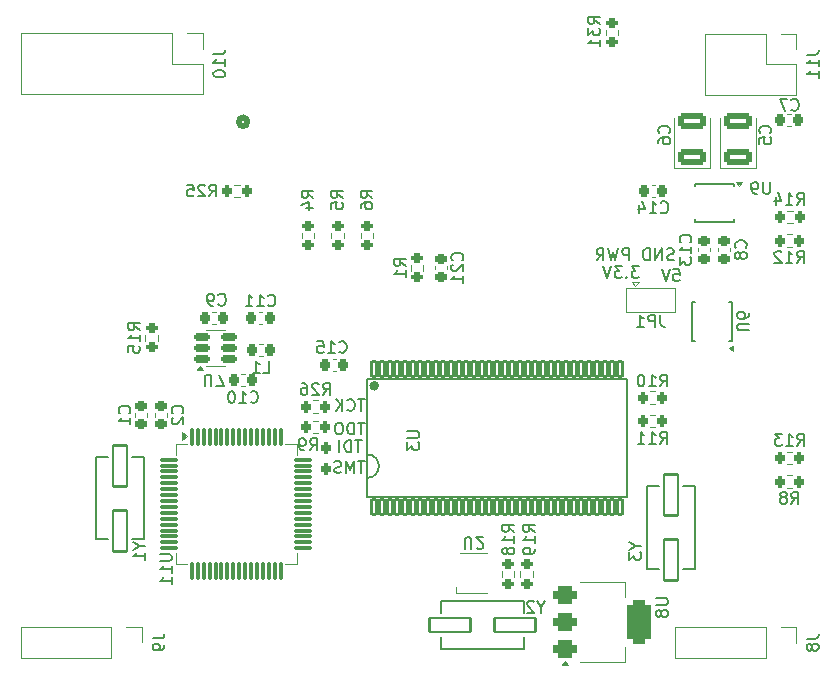
<source format=gbo>
G04 #@! TF.GenerationSoftware,KiCad,Pcbnew,7.0.10-7.0.10~ubuntu20.04.1*
G04 #@! TF.CreationDate,2024-05-01T22:25:19+02:00*
G04 #@! TF.ProjectId,endeavour,656e6465-6176-46f7-9572-2e6b69636164,rev?*
G04 #@! TF.SameCoordinates,Original*
G04 #@! TF.FileFunction,Legend,Bot*
G04 #@! TF.FilePolarity,Positive*
%FSLAX46Y46*%
G04 Gerber Fmt 4.6, Leading zero omitted, Abs format (unit mm)*
G04 Created by KiCad (PCBNEW 7.0.10-7.0.10~ubuntu20.04.1) date 2024-05-01 22:25:19*
%MOMM*%
%LPD*%
G01*
G04 APERTURE LIST*
G04 Aperture macros list*
%AMRoundRect*
0 Rectangle with rounded corners*
0 $1 Rounding radius*
0 $2 $3 $4 $5 $6 $7 $8 $9 X,Y pos of 4 corners*
0 Add a 4 corners polygon primitive as box body*
4,1,4,$2,$3,$4,$5,$6,$7,$8,$9,$2,$3,0*
0 Add four circle primitives for the rounded corners*
1,1,$1+$1,$2,$3*
1,1,$1+$1,$4,$5*
1,1,$1+$1,$6,$7*
1,1,$1+$1,$8,$9*
0 Add four rect primitives between the rounded corners*
20,1,$1+$1,$2,$3,$4,$5,0*
20,1,$1+$1,$4,$5,$6,$7,0*
20,1,$1+$1,$6,$7,$8,$9,0*
20,1,$1+$1,$8,$9,$2,$3,0*%
G04 Aperture macros list end*
%ADD10C,0.153000*%
%ADD11C,0.120000*%
%ADD12C,0.150000*%
%ADD13C,0.203200*%
%ADD14C,0.400000*%
%ADD15C,0.508000*%
%ADD16C,0.127000*%
%ADD17RoundRect,0.225000X-0.225000X-0.250000X0.225000X-0.250000X0.225000X0.250000X-0.225000X0.250000X0*%
%ADD18R,1.100000X0.250000*%
%ADD19R,0.300000X1.400000*%
%ADD20RoundRect,0.200000X-0.200000X-0.275000X0.200000X-0.275000X0.200000X0.275000X-0.200000X0.275000X0*%
%ADD21R,1.000000X1.500000*%
%ADD22RoundRect,0.225000X0.250000X-0.225000X0.250000X0.225000X-0.250000X0.225000X-0.250000X-0.225000X0*%
%ADD23RoundRect,0.250000X0.925000X-0.412500X0.925000X0.412500X-0.925000X0.412500X-0.925000X-0.412500X0*%
%ADD24R,1.700000X1.700000*%
%ADD25O,1.700000X1.700000*%
%ADD26C,2.200000*%
%ADD27RoundRect,0.200000X0.200000X0.275000X-0.200000X0.275000X-0.200000X-0.275000X0.200000X-0.275000X0*%
%ADD28R,0.950000X1.050000*%
%ADD29RoundRect,0.102000X-0.200000X-0.650000X0.200000X-0.650000X0.200000X0.650000X-0.200000X0.650000X0*%
%ADD30O,2.900000X1.200000*%
%ADD31C,1.800000*%
%ADD32C,1.600200*%
%ADD33C,1.905000*%
%ADD34C,2.209800*%
%ADD35RoundRect,0.102000X-0.600000X1.750000X-0.600000X-1.750000X0.600000X-1.750000X0.600000X1.750000X0*%
%ADD36RoundRect,0.102000X0.600000X-1.750000X0.600000X1.750000X-0.600000X1.750000X-0.600000X-1.750000X0*%
%ADD37RoundRect,0.102000X1.750000X0.600000X-1.750000X0.600000X-1.750000X-0.600000X1.750000X-0.600000X0*%
%ADD38O,1.800000X1.000000*%
%ADD39O,2.100000X1.000000*%
%ADD40C,0.650000*%
%ADD41RoundRect,0.075000X-0.075000X0.700000X-0.075000X-0.700000X0.075000X-0.700000X0.075000X0.700000X0*%
%ADD42RoundRect,0.075000X-0.700000X0.075000X-0.700000X-0.075000X0.700000X-0.075000X0.700000X0.075000X0*%
%ADD43RoundRect,0.375000X-0.625000X-0.375000X0.625000X-0.375000X0.625000X0.375000X-0.625000X0.375000X0*%
%ADD44RoundRect,0.500000X-0.500000X-1.400000X0.500000X-1.400000X0.500000X1.400000X-0.500000X1.400000X0*%
%ADD45RoundRect,0.150000X-0.512500X-0.150000X0.512500X-0.150000X0.512500X0.150000X-0.512500X0.150000X0*%
%ADD46C,2.000000*%
%ADD47RoundRect,0.200000X0.275000X-0.200000X0.275000X0.200000X-0.275000X0.200000X-0.275000X-0.200000X0*%
%ADD48RoundRect,0.200000X-0.275000X0.200000X-0.275000X-0.200000X0.275000X-0.200000X0.275000X0.200000X0*%
%ADD49RoundRect,0.218750X-0.218750X-0.256250X0.218750X-0.256250X0.218750X0.256250X-0.218750X0.256250X0*%
%ADD50RoundRect,0.225000X0.225000X0.250000X-0.225000X0.250000X-0.225000X-0.250000X0.225000X-0.250000X0*%
G04 APERTURE END LIST*
D10*
X145108866Y-82322044D02*
X144966009Y-82369663D01*
X144966009Y-82369663D02*
X144727914Y-82369663D01*
X144727914Y-82369663D02*
X144632676Y-82322044D01*
X144632676Y-82322044D02*
X144585057Y-82274424D01*
X144585057Y-82274424D02*
X144537438Y-82179186D01*
X144537438Y-82179186D02*
X144537438Y-82083948D01*
X144537438Y-82083948D02*
X144585057Y-81988710D01*
X144585057Y-81988710D02*
X144632676Y-81941091D01*
X144632676Y-81941091D02*
X144727914Y-81893472D01*
X144727914Y-81893472D02*
X144918390Y-81845853D01*
X144918390Y-81845853D02*
X145013628Y-81798234D01*
X145013628Y-81798234D02*
X145061247Y-81750615D01*
X145061247Y-81750615D02*
X145108866Y-81655377D01*
X145108866Y-81655377D02*
X145108866Y-81560139D01*
X145108866Y-81560139D02*
X145061247Y-81464901D01*
X145061247Y-81464901D02*
X145013628Y-81417282D01*
X145013628Y-81417282D02*
X144918390Y-81369663D01*
X144918390Y-81369663D02*
X144680295Y-81369663D01*
X144680295Y-81369663D02*
X144537438Y-81417282D01*
X144108866Y-82369663D02*
X144108866Y-81369663D01*
X144108866Y-81369663D02*
X143537438Y-82369663D01*
X143537438Y-82369663D02*
X143537438Y-81369663D01*
X143061247Y-82369663D02*
X143061247Y-81369663D01*
X143061247Y-81369663D02*
X142823152Y-81369663D01*
X142823152Y-81369663D02*
X142680295Y-81417282D01*
X142680295Y-81417282D02*
X142585057Y-81512520D01*
X142585057Y-81512520D02*
X142537438Y-81607758D01*
X142537438Y-81607758D02*
X142489819Y-81798234D01*
X142489819Y-81798234D02*
X142489819Y-81941091D01*
X142489819Y-81941091D02*
X142537438Y-82131567D01*
X142537438Y-82131567D02*
X142585057Y-82226805D01*
X142585057Y-82226805D02*
X142680295Y-82322044D01*
X142680295Y-82322044D02*
X142823152Y-82369663D01*
X142823152Y-82369663D02*
X143061247Y-82369663D01*
X141299342Y-82369663D02*
X141299342Y-81369663D01*
X141299342Y-81369663D02*
X140918390Y-81369663D01*
X140918390Y-81369663D02*
X140823152Y-81417282D01*
X140823152Y-81417282D02*
X140775533Y-81464901D01*
X140775533Y-81464901D02*
X140727914Y-81560139D01*
X140727914Y-81560139D02*
X140727914Y-81702996D01*
X140727914Y-81702996D02*
X140775533Y-81798234D01*
X140775533Y-81798234D02*
X140823152Y-81845853D01*
X140823152Y-81845853D02*
X140918390Y-81893472D01*
X140918390Y-81893472D02*
X141299342Y-81893472D01*
X140394580Y-81369663D02*
X140156485Y-82369663D01*
X140156485Y-82369663D02*
X139966009Y-81655377D01*
X139966009Y-81655377D02*
X139775533Y-82369663D01*
X139775533Y-82369663D02*
X139537438Y-81369663D01*
X138585057Y-82369663D02*
X138918390Y-81893472D01*
X139156485Y-82369663D02*
X139156485Y-81369663D01*
X139156485Y-81369663D02*
X138775533Y-81369663D01*
X138775533Y-81369663D02*
X138680295Y-81417282D01*
X138680295Y-81417282D02*
X138632676Y-81464901D01*
X138632676Y-81464901D02*
X138585057Y-81560139D01*
X138585057Y-81560139D02*
X138585057Y-81702996D01*
X138585057Y-81702996D02*
X138632676Y-81798234D01*
X138632676Y-81798234D02*
X138680295Y-81845853D01*
X138680295Y-81845853D02*
X138775533Y-81893472D01*
X138775533Y-81893472D02*
X139156485Y-81893472D01*
X145085057Y-83119663D02*
X145561247Y-83119663D01*
X145561247Y-83119663D02*
X145608866Y-83595853D01*
X145608866Y-83595853D02*
X145561247Y-83548234D01*
X145561247Y-83548234D02*
X145466009Y-83500615D01*
X145466009Y-83500615D02*
X145227914Y-83500615D01*
X145227914Y-83500615D02*
X145132676Y-83548234D01*
X145132676Y-83548234D02*
X145085057Y-83595853D01*
X145085057Y-83595853D02*
X145037438Y-83691091D01*
X145037438Y-83691091D02*
X145037438Y-83929186D01*
X145037438Y-83929186D02*
X145085057Y-84024424D01*
X145085057Y-84024424D02*
X145132676Y-84072044D01*
X145132676Y-84072044D02*
X145227914Y-84119663D01*
X145227914Y-84119663D02*
X145466009Y-84119663D01*
X145466009Y-84119663D02*
X145561247Y-84072044D01*
X145561247Y-84072044D02*
X145608866Y-84024424D01*
X144751723Y-83119663D02*
X144418390Y-84119663D01*
X144418390Y-84119663D02*
X144085057Y-83119663D01*
X142156485Y-82869663D02*
X141537438Y-82869663D01*
X141537438Y-82869663D02*
X141870771Y-83250615D01*
X141870771Y-83250615D02*
X141727914Y-83250615D01*
X141727914Y-83250615D02*
X141632676Y-83298234D01*
X141632676Y-83298234D02*
X141585057Y-83345853D01*
X141585057Y-83345853D02*
X141537438Y-83441091D01*
X141537438Y-83441091D02*
X141537438Y-83679186D01*
X141537438Y-83679186D02*
X141585057Y-83774424D01*
X141585057Y-83774424D02*
X141632676Y-83822044D01*
X141632676Y-83822044D02*
X141727914Y-83869663D01*
X141727914Y-83869663D02*
X142013628Y-83869663D01*
X142013628Y-83869663D02*
X142108866Y-83822044D01*
X142108866Y-83822044D02*
X142156485Y-83774424D01*
X141108866Y-83774424D02*
X141061247Y-83822044D01*
X141061247Y-83822044D02*
X141108866Y-83869663D01*
X141108866Y-83869663D02*
X141156485Y-83822044D01*
X141156485Y-83822044D02*
X141108866Y-83774424D01*
X141108866Y-83774424D02*
X141108866Y-83869663D01*
X140727914Y-82869663D02*
X140108867Y-82869663D01*
X140108867Y-82869663D02*
X140442200Y-83250615D01*
X140442200Y-83250615D02*
X140299343Y-83250615D01*
X140299343Y-83250615D02*
X140204105Y-83298234D01*
X140204105Y-83298234D02*
X140156486Y-83345853D01*
X140156486Y-83345853D02*
X140108867Y-83441091D01*
X140108867Y-83441091D02*
X140108867Y-83679186D01*
X140108867Y-83679186D02*
X140156486Y-83774424D01*
X140156486Y-83774424D02*
X140204105Y-83822044D01*
X140204105Y-83822044D02*
X140299343Y-83869663D01*
X140299343Y-83869663D02*
X140585057Y-83869663D01*
X140585057Y-83869663D02*
X140680295Y-83822044D01*
X140680295Y-83822044D02*
X140727914Y-83774424D01*
X139823152Y-82869663D02*
X139489819Y-83869663D01*
X139489819Y-83869663D02*
X139156486Y-82869663D01*
X118954104Y-99369663D02*
X118382676Y-99369663D01*
X118668390Y-100369663D02*
X118668390Y-99369663D01*
X118049342Y-100369663D02*
X118049342Y-99369663D01*
X118049342Y-99369663D02*
X117716009Y-100083948D01*
X117716009Y-100083948D02*
X117382676Y-99369663D01*
X117382676Y-99369663D02*
X117382676Y-100369663D01*
X116954104Y-100322044D02*
X116811247Y-100369663D01*
X116811247Y-100369663D02*
X116573152Y-100369663D01*
X116573152Y-100369663D02*
X116477914Y-100322044D01*
X116477914Y-100322044D02*
X116430295Y-100274424D01*
X116430295Y-100274424D02*
X116382676Y-100179186D01*
X116382676Y-100179186D02*
X116382676Y-100083948D01*
X116382676Y-100083948D02*
X116430295Y-99988710D01*
X116430295Y-99988710D02*
X116477914Y-99941091D01*
X116477914Y-99941091D02*
X116573152Y-99893472D01*
X116573152Y-99893472D02*
X116763628Y-99845853D01*
X116763628Y-99845853D02*
X116858866Y-99798234D01*
X116858866Y-99798234D02*
X116906485Y-99750615D01*
X116906485Y-99750615D02*
X116954104Y-99655377D01*
X116954104Y-99655377D02*
X116954104Y-99560139D01*
X116954104Y-99560139D02*
X116906485Y-99464901D01*
X116906485Y-99464901D02*
X116858866Y-99417282D01*
X116858866Y-99417282D02*
X116763628Y-99369663D01*
X116763628Y-99369663D02*
X116525533Y-99369663D01*
X116525533Y-99369663D02*
X116382676Y-99417282D01*
X118704104Y-97619663D02*
X118132676Y-97619663D01*
X118418390Y-98619663D02*
X118418390Y-97619663D01*
X117799342Y-98619663D02*
X117799342Y-97619663D01*
X117799342Y-97619663D02*
X117561247Y-97619663D01*
X117561247Y-97619663D02*
X117418390Y-97667282D01*
X117418390Y-97667282D02*
X117323152Y-97762520D01*
X117323152Y-97762520D02*
X117275533Y-97857758D01*
X117275533Y-97857758D02*
X117227914Y-98048234D01*
X117227914Y-98048234D02*
X117227914Y-98191091D01*
X117227914Y-98191091D02*
X117275533Y-98381567D01*
X117275533Y-98381567D02*
X117323152Y-98476805D01*
X117323152Y-98476805D02*
X117418390Y-98572044D01*
X117418390Y-98572044D02*
X117561247Y-98619663D01*
X117561247Y-98619663D02*
X117799342Y-98619663D01*
X116799342Y-98619663D02*
X116799342Y-97619663D01*
X118954104Y-96119663D02*
X118382676Y-96119663D01*
X118668390Y-97119663D02*
X118668390Y-96119663D01*
X118049342Y-97119663D02*
X118049342Y-96119663D01*
X118049342Y-96119663D02*
X117811247Y-96119663D01*
X117811247Y-96119663D02*
X117668390Y-96167282D01*
X117668390Y-96167282D02*
X117573152Y-96262520D01*
X117573152Y-96262520D02*
X117525533Y-96357758D01*
X117525533Y-96357758D02*
X117477914Y-96548234D01*
X117477914Y-96548234D02*
X117477914Y-96691091D01*
X117477914Y-96691091D02*
X117525533Y-96881567D01*
X117525533Y-96881567D02*
X117573152Y-96976805D01*
X117573152Y-96976805D02*
X117668390Y-97072044D01*
X117668390Y-97072044D02*
X117811247Y-97119663D01*
X117811247Y-97119663D02*
X118049342Y-97119663D01*
X116858866Y-96119663D02*
X116668390Y-96119663D01*
X116668390Y-96119663D02*
X116573152Y-96167282D01*
X116573152Y-96167282D02*
X116477914Y-96262520D01*
X116477914Y-96262520D02*
X116430295Y-96452996D01*
X116430295Y-96452996D02*
X116430295Y-96786329D01*
X116430295Y-96786329D02*
X116477914Y-96976805D01*
X116477914Y-96976805D02*
X116573152Y-97072044D01*
X116573152Y-97072044D02*
X116668390Y-97119663D01*
X116668390Y-97119663D02*
X116858866Y-97119663D01*
X116858866Y-97119663D02*
X116954104Y-97072044D01*
X116954104Y-97072044D02*
X117049342Y-96976805D01*
X117049342Y-96976805D02*
X117096961Y-96786329D01*
X117096961Y-96786329D02*
X117096961Y-96452996D01*
X117096961Y-96452996D02*
X117049342Y-96262520D01*
X117049342Y-96262520D02*
X116954104Y-96167282D01*
X116954104Y-96167282D02*
X116858866Y-96119663D01*
X118954104Y-94119663D02*
X118382676Y-94119663D01*
X118668390Y-95119663D02*
X118668390Y-94119663D01*
X117477914Y-95024424D02*
X117525533Y-95072044D01*
X117525533Y-95072044D02*
X117668390Y-95119663D01*
X117668390Y-95119663D02*
X117763628Y-95119663D01*
X117763628Y-95119663D02*
X117906485Y-95072044D01*
X117906485Y-95072044D02*
X118001723Y-94976805D01*
X118001723Y-94976805D02*
X118049342Y-94881567D01*
X118049342Y-94881567D02*
X118096961Y-94691091D01*
X118096961Y-94691091D02*
X118096961Y-94548234D01*
X118096961Y-94548234D02*
X118049342Y-94357758D01*
X118049342Y-94357758D02*
X118001723Y-94262520D01*
X118001723Y-94262520D02*
X117906485Y-94167282D01*
X117906485Y-94167282D02*
X117763628Y-94119663D01*
X117763628Y-94119663D02*
X117668390Y-94119663D01*
X117668390Y-94119663D02*
X117525533Y-94167282D01*
X117525533Y-94167282D02*
X117477914Y-94214901D01*
X117049342Y-95119663D02*
X117049342Y-94119663D01*
X116477914Y-95119663D02*
X116906485Y-94548234D01*
X116477914Y-94119663D02*
X117049342Y-94691091D01*
X116792857Y-90109424D02*
X116840476Y-90157044D01*
X116840476Y-90157044D02*
X116983333Y-90204663D01*
X116983333Y-90204663D02*
X117078571Y-90204663D01*
X117078571Y-90204663D02*
X117221428Y-90157044D01*
X117221428Y-90157044D02*
X117316666Y-90061805D01*
X117316666Y-90061805D02*
X117364285Y-89966567D01*
X117364285Y-89966567D02*
X117411904Y-89776091D01*
X117411904Y-89776091D02*
X117411904Y-89633234D01*
X117411904Y-89633234D02*
X117364285Y-89442758D01*
X117364285Y-89442758D02*
X117316666Y-89347520D01*
X117316666Y-89347520D02*
X117221428Y-89252282D01*
X117221428Y-89252282D02*
X117078571Y-89204663D01*
X117078571Y-89204663D02*
X116983333Y-89204663D01*
X116983333Y-89204663D02*
X116840476Y-89252282D01*
X116840476Y-89252282D02*
X116792857Y-89299901D01*
X115840476Y-90204663D02*
X116411904Y-90204663D01*
X116126190Y-90204663D02*
X116126190Y-89204663D01*
X116126190Y-89204663D02*
X116221428Y-89347520D01*
X116221428Y-89347520D02*
X116316666Y-89442758D01*
X116316666Y-89442758D02*
X116411904Y-89490377D01*
X114935714Y-89204663D02*
X115411904Y-89204663D01*
X115411904Y-89204663D02*
X115459523Y-89680853D01*
X115459523Y-89680853D02*
X115411904Y-89633234D01*
X115411904Y-89633234D02*
X115316666Y-89585615D01*
X115316666Y-89585615D02*
X115078571Y-89585615D01*
X115078571Y-89585615D02*
X114983333Y-89633234D01*
X114983333Y-89633234D02*
X114935714Y-89680853D01*
X114935714Y-89680853D02*
X114888095Y-89776091D01*
X114888095Y-89776091D02*
X114888095Y-90014186D01*
X114888095Y-90014186D02*
X114935714Y-90109424D01*
X114935714Y-90109424D02*
X114983333Y-90157044D01*
X114983333Y-90157044D02*
X115078571Y-90204663D01*
X115078571Y-90204663D02*
X115316666Y-90204663D01*
X115316666Y-90204663D02*
X115411904Y-90157044D01*
X115411904Y-90157044D02*
X115459523Y-90109424D01*
X153261904Y-75754663D02*
X153261904Y-76564186D01*
X153261904Y-76564186D02*
X153214285Y-76659424D01*
X153214285Y-76659424D02*
X153166666Y-76707044D01*
X153166666Y-76707044D02*
X153071428Y-76754663D01*
X153071428Y-76754663D02*
X152880952Y-76754663D01*
X152880952Y-76754663D02*
X152785714Y-76707044D01*
X152785714Y-76707044D02*
X152738095Y-76659424D01*
X152738095Y-76659424D02*
X152690476Y-76564186D01*
X152690476Y-76564186D02*
X152690476Y-75754663D01*
X152166666Y-76754663D02*
X151976190Y-76754663D01*
X151976190Y-76754663D02*
X151880952Y-76707044D01*
X151880952Y-76707044D02*
X151833333Y-76659424D01*
X151833333Y-76659424D02*
X151738095Y-76516567D01*
X151738095Y-76516567D02*
X151690476Y-76326091D01*
X151690476Y-76326091D02*
X151690476Y-75945139D01*
X151690476Y-75945139D02*
X151738095Y-75849901D01*
X151738095Y-75849901D02*
X151785714Y-75802282D01*
X151785714Y-75802282D02*
X151880952Y-75754663D01*
X151880952Y-75754663D02*
X152071428Y-75754663D01*
X152071428Y-75754663D02*
X152166666Y-75802282D01*
X152166666Y-75802282D02*
X152214285Y-75849901D01*
X152214285Y-75849901D02*
X152261904Y-75945139D01*
X152261904Y-75945139D02*
X152261904Y-76183234D01*
X152261904Y-76183234D02*
X152214285Y-76278472D01*
X152214285Y-76278472D02*
X152166666Y-76326091D01*
X152166666Y-76326091D02*
X152071428Y-76373710D01*
X152071428Y-76373710D02*
X151880952Y-76373710D01*
X151880952Y-76373710D02*
X151785714Y-76326091D01*
X151785714Y-76326091D02*
X151738095Y-76278472D01*
X151738095Y-76278472D02*
X151690476Y-76183234D01*
X151495336Y-88311904D02*
X150685813Y-88311904D01*
X150685813Y-88311904D02*
X150590575Y-88264285D01*
X150590575Y-88264285D02*
X150542956Y-88216666D01*
X150542956Y-88216666D02*
X150495336Y-88121428D01*
X150495336Y-88121428D02*
X150495336Y-87930952D01*
X150495336Y-87930952D02*
X150542956Y-87835714D01*
X150542956Y-87835714D02*
X150590575Y-87788095D01*
X150590575Y-87788095D02*
X150685813Y-87740476D01*
X150685813Y-87740476D02*
X151495336Y-87740476D01*
X151495336Y-86835714D02*
X151495336Y-87026190D01*
X151495336Y-87026190D02*
X151447717Y-87121428D01*
X151447717Y-87121428D02*
X151400098Y-87169047D01*
X151400098Y-87169047D02*
X151257241Y-87264285D01*
X151257241Y-87264285D02*
X151066765Y-87311904D01*
X151066765Y-87311904D02*
X150685813Y-87311904D01*
X150685813Y-87311904D02*
X150590575Y-87264285D01*
X150590575Y-87264285D02*
X150542956Y-87216666D01*
X150542956Y-87216666D02*
X150495336Y-87121428D01*
X150495336Y-87121428D02*
X150495336Y-86930952D01*
X150495336Y-86930952D02*
X150542956Y-86835714D01*
X150542956Y-86835714D02*
X150590575Y-86788095D01*
X150590575Y-86788095D02*
X150685813Y-86740476D01*
X150685813Y-86740476D02*
X150923908Y-86740476D01*
X150923908Y-86740476D02*
X151019146Y-86788095D01*
X151019146Y-86788095D02*
X151066765Y-86835714D01*
X151066765Y-86835714D02*
X151114384Y-86930952D01*
X151114384Y-86930952D02*
X151114384Y-87121428D01*
X151114384Y-87121428D02*
X151066765Y-87216666D01*
X151066765Y-87216666D02*
X151019146Y-87264285D01*
X151019146Y-87264285D02*
X150923908Y-87311904D01*
X143967857Y-97884663D02*
X144301190Y-97408472D01*
X144539285Y-97884663D02*
X144539285Y-96884663D01*
X144539285Y-96884663D02*
X144158333Y-96884663D01*
X144158333Y-96884663D02*
X144063095Y-96932282D01*
X144063095Y-96932282D02*
X144015476Y-96979901D01*
X144015476Y-96979901D02*
X143967857Y-97075139D01*
X143967857Y-97075139D02*
X143967857Y-97217996D01*
X143967857Y-97217996D02*
X144015476Y-97313234D01*
X144015476Y-97313234D02*
X144063095Y-97360853D01*
X144063095Y-97360853D02*
X144158333Y-97408472D01*
X144158333Y-97408472D02*
X144539285Y-97408472D01*
X143015476Y-97884663D02*
X143586904Y-97884663D01*
X143301190Y-97884663D02*
X143301190Y-96884663D01*
X143301190Y-96884663D02*
X143396428Y-97027520D01*
X143396428Y-97027520D02*
X143491666Y-97122758D01*
X143491666Y-97122758D02*
X143586904Y-97170377D01*
X142063095Y-97884663D02*
X142634523Y-97884663D01*
X142348809Y-97884663D02*
X142348809Y-96884663D01*
X142348809Y-96884663D02*
X142444047Y-97027520D01*
X142444047Y-97027520D02*
X142539285Y-97122758D01*
X142539285Y-97122758D02*
X142634523Y-97170377D01*
X143967857Y-93054663D02*
X144301190Y-92578472D01*
X144539285Y-93054663D02*
X144539285Y-92054663D01*
X144539285Y-92054663D02*
X144158333Y-92054663D01*
X144158333Y-92054663D02*
X144063095Y-92102282D01*
X144063095Y-92102282D02*
X144015476Y-92149901D01*
X144015476Y-92149901D02*
X143967857Y-92245139D01*
X143967857Y-92245139D02*
X143967857Y-92387996D01*
X143967857Y-92387996D02*
X144015476Y-92483234D01*
X144015476Y-92483234D02*
X144063095Y-92530853D01*
X144063095Y-92530853D02*
X144158333Y-92578472D01*
X144158333Y-92578472D02*
X144539285Y-92578472D01*
X143015476Y-93054663D02*
X143586904Y-93054663D01*
X143301190Y-93054663D02*
X143301190Y-92054663D01*
X143301190Y-92054663D02*
X143396428Y-92197520D01*
X143396428Y-92197520D02*
X143491666Y-92292758D01*
X143491666Y-92292758D02*
X143586904Y-92340377D01*
X142396428Y-92054663D02*
X142301190Y-92054663D01*
X142301190Y-92054663D02*
X142205952Y-92102282D01*
X142205952Y-92102282D02*
X142158333Y-92149901D01*
X142158333Y-92149901D02*
X142110714Y-92245139D01*
X142110714Y-92245139D02*
X142063095Y-92435615D01*
X142063095Y-92435615D02*
X142063095Y-92673710D01*
X142063095Y-92673710D02*
X142110714Y-92864186D01*
X142110714Y-92864186D02*
X142158333Y-92959424D01*
X142158333Y-92959424D02*
X142205952Y-93007044D01*
X142205952Y-93007044D02*
X142301190Y-93054663D01*
X142301190Y-93054663D02*
X142396428Y-93054663D01*
X142396428Y-93054663D02*
X142491666Y-93007044D01*
X142491666Y-93007044D02*
X142539285Y-92959424D01*
X142539285Y-92959424D02*
X142586904Y-92864186D01*
X142586904Y-92864186D02*
X142634523Y-92673710D01*
X142634523Y-92673710D02*
X142634523Y-92435615D01*
X142634523Y-92435615D02*
X142586904Y-92245139D01*
X142586904Y-92245139D02*
X142539285Y-92149901D01*
X142539285Y-92149901D02*
X142491666Y-92102282D01*
X142491666Y-92102282D02*
X142396428Y-92054663D01*
X143983333Y-87004663D02*
X143983333Y-87718948D01*
X143983333Y-87718948D02*
X144030952Y-87861805D01*
X144030952Y-87861805D02*
X144126190Y-87957044D01*
X144126190Y-87957044D02*
X144269047Y-88004663D01*
X144269047Y-88004663D02*
X144364285Y-88004663D01*
X143507142Y-88004663D02*
X143507142Y-87004663D01*
X143507142Y-87004663D02*
X143126190Y-87004663D01*
X143126190Y-87004663D02*
X143030952Y-87052282D01*
X143030952Y-87052282D02*
X142983333Y-87099901D01*
X142983333Y-87099901D02*
X142935714Y-87195139D01*
X142935714Y-87195139D02*
X142935714Y-87337996D01*
X142935714Y-87337996D02*
X142983333Y-87433234D01*
X142983333Y-87433234D02*
X143030952Y-87480853D01*
X143030952Y-87480853D02*
X143126190Y-87528472D01*
X143126190Y-87528472D02*
X143507142Y-87528472D01*
X141983333Y-88004663D02*
X142554761Y-88004663D01*
X142269047Y-88004663D02*
X142269047Y-87004663D01*
X142269047Y-87004663D02*
X142364285Y-87147520D01*
X142364285Y-87147520D02*
X142459523Y-87242758D01*
X142459523Y-87242758D02*
X142554761Y-87290377D01*
X144017857Y-78289424D02*
X144065476Y-78337044D01*
X144065476Y-78337044D02*
X144208333Y-78384663D01*
X144208333Y-78384663D02*
X144303571Y-78384663D01*
X144303571Y-78384663D02*
X144446428Y-78337044D01*
X144446428Y-78337044D02*
X144541666Y-78241805D01*
X144541666Y-78241805D02*
X144589285Y-78146567D01*
X144589285Y-78146567D02*
X144636904Y-77956091D01*
X144636904Y-77956091D02*
X144636904Y-77813234D01*
X144636904Y-77813234D02*
X144589285Y-77622758D01*
X144589285Y-77622758D02*
X144541666Y-77527520D01*
X144541666Y-77527520D02*
X144446428Y-77432282D01*
X144446428Y-77432282D02*
X144303571Y-77384663D01*
X144303571Y-77384663D02*
X144208333Y-77384663D01*
X144208333Y-77384663D02*
X144065476Y-77432282D01*
X144065476Y-77432282D02*
X144017857Y-77479901D01*
X143065476Y-78384663D02*
X143636904Y-78384663D01*
X143351190Y-78384663D02*
X143351190Y-77384663D01*
X143351190Y-77384663D02*
X143446428Y-77527520D01*
X143446428Y-77527520D02*
X143541666Y-77622758D01*
X143541666Y-77622758D02*
X143636904Y-77670377D01*
X142208333Y-77717996D02*
X142208333Y-78384663D01*
X142446428Y-77337044D02*
X142684523Y-78051329D01*
X142684523Y-78051329D02*
X142065476Y-78051329D01*
X146509424Y-80832142D02*
X146557044Y-80784523D01*
X146557044Y-80784523D02*
X146604663Y-80641666D01*
X146604663Y-80641666D02*
X146604663Y-80546428D01*
X146604663Y-80546428D02*
X146557044Y-80403571D01*
X146557044Y-80403571D02*
X146461805Y-80308333D01*
X146461805Y-80308333D02*
X146366567Y-80260714D01*
X146366567Y-80260714D02*
X146176091Y-80213095D01*
X146176091Y-80213095D02*
X146033234Y-80213095D01*
X146033234Y-80213095D02*
X145842758Y-80260714D01*
X145842758Y-80260714D02*
X145747520Y-80308333D01*
X145747520Y-80308333D02*
X145652282Y-80403571D01*
X145652282Y-80403571D02*
X145604663Y-80546428D01*
X145604663Y-80546428D02*
X145604663Y-80641666D01*
X145604663Y-80641666D02*
X145652282Y-80784523D01*
X145652282Y-80784523D02*
X145699901Y-80832142D01*
X146604663Y-81784523D02*
X146604663Y-81213095D01*
X146604663Y-81498809D02*
X145604663Y-81498809D01*
X145604663Y-81498809D02*
X145747520Y-81403571D01*
X145747520Y-81403571D02*
X145842758Y-81308333D01*
X145842758Y-81308333D02*
X145890377Y-81213095D01*
X145604663Y-82117857D02*
X145604663Y-82736904D01*
X145604663Y-82736904D02*
X145985615Y-82403571D01*
X145985615Y-82403571D02*
X145985615Y-82546428D01*
X145985615Y-82546428D02*
X146033234Y-82641666D01*
X146033234Y-82641666D02*
X146080853Y-82689285D01*
X146080853Y-82689285D02*
X146176091Y-82736904D01*
X146176091Y-82736904D02*
X146414186Y-82736904D01*
X146414186Y-82736904D02*
X146509424Y-82689285D01*
X146509424Y-82689285D02*
X146557044Y-82641666D01*
X146557044Y-82641666D02*
X146604663Y-82546428D01*
X146604663Y-82546428D02*
X146604663Y-82260714D01*
X146604663Y-82260714D02*
X146557044Y-82165476D01*
X146557044Y-82165476D02*
X146509424Y-82117857D01*
X151189424Y-81308333D02*
X151237044Y-81260714D01*
X151237044Y-81260714D02*
X151284663Y-81117857D01*
X151284663Y-81117857D02*
X151284663Y-81022619D01*
X151284663Y-81022619D02*
X151237044Y-80879762D01*
X151237044Y-80879762D02*
X151141805Y-80784524D01*
X151141805Y-80784524D02*
X151046567Y-80736905D01*
X151046567Y-80736905D02*
X150856091Y-80689286D01*
X150856091Y-80689286D02*
X150713234Y-80689286D01*
X150713234Y-80689286D02*
X150522758Y-80736905D01*
X150522758Y-80736905D02*
X150427520Y-80784524D01*
X150427520Y-80784524D02*
X150332282Y-80879762D01*
X150332282Y-80879762D02*
X150284663Y-81022619D01*
X150284663Y-81022619D02*
X150284663Y-81117857D01*
X150284663Y-81117857D02*
X150332282Y-81260714D01*
X150332282Y-81260714D02*
X150379901Y-81308333D01*
X150713234Y-81879762D02*
X150665615Y-81784524D01*
X150665615Y-81784524D02*
X150617996Y-81736905D01*
X150617996Y-81736905D02*
X150522758Y-81689286D01*
X150522758Y-81689286D02*
X150475139Y-81689286D01*
X150475139Y-81689286D02*
X150379901Y-81736905D01*
X150379901Y-81736905D02*
X150332282Y-81784524D01*
X150332282Y-81784524D02*
X150284663Y-81879762D01*
X150284663Y-81879762D02*
X150284663Y-82070238D01*
X150284663Y-82070238D02*
X150332282Y-82165476D01*
X150332282Y-82165476D02*
X150379901Y-82213095D01*
X150379901Y-82213095D02*
X150475139Y-82260714D01*
X150475139Y-82260714D02*
X150522758Y-82260714D01*
X150522758Y-82260714D02*
X150617996Y-82213095D01*
X150617996Y-82213095D02*
X150665615Y-82165476D01*
X150665615Y-82165476D02*
X150713234Y-82070238D01*
X150713234Y-82070238D02*
X150713234Y-81879762D01*
X150713234Y-81879762D02*
X150760853Y-81784524D01*
X150760853Y-81784524D02*
X150808472Y-81736905D01*
X150808472Y-81736905D02*
X150903710Y-81689286D01*
X150903710Y-81689286D02*
X151094186Y-81689286D01*
X151094186Y-81689286D02*
X151189424Y-81736905D01*
X151189424Y-81736905D02*
X151237044Y-81784524D01*
X151237044Y-81784524D02*
X151284663Y-81879762D01*
X151284663Y-81879762D02*
X151284663Y-82070238D01*
X151284663Y-82070238D02*
X151237044Y-82165476D01*
X151237044Y-82165476D02*
X151189424Y-82213095D01*
X151189424Y-82213095D02*
X151094186Y-82260714D01*
X151094186Y-82260714D02*
X150903710Y-82260714D01*
X150903710Y-82260714D02*
X150808472Y-82213095D01*
X150808472Y-82213095D02*
X150760853Y-82165476D01*
X150760853Y-82165476D02*
X150713234Y-82070238D01*
X155066666Y-69609424D02*
X155114285Y-69657044D01*
X155114285Y-69657044D02*
X155257142Y-69704663D01*
X155257142Y-69704663D02*
X155352380Y-69704663D01*
X155352380Y-69704663D02*
X155495237Y-69657044D01*
X155495237Y-69657044D02*
X155590475Y-69561805D01*
X155590475Y-69561805D02*
X155638094Y-69466567D01*
X155638094Y-69466567D02*
X155685713Y-69276091D01*
X155685713Y-69276091D02*
X155685713Y-69133234D01*
X155685713Y-69133234D02*
X155638094Y-68942758D01*
X155638094Y-68942758D02*
X155590475Y-68847520D01*
X155590475Y-68847520D02*
X155495237Y-68752282D01*
X155495237Y-68752282D02*
X155352380Y-68704663D01*
X155352380Y-68704663D02*
X155257142Y-68704663D01*
X155257142Y-68704663D02*
X155114285Y-68752282D01*
X155114285Y-68752282D02*
X155066666Y-68799901D01*
X154733332Y-68704663D02*
X154066666Y-68704663D01*
X154066666Y-68704663D02*
X154495237Y-69704663D01*
X144709424Y-71583333D02*
X144757044Y-71535714D01*
X144757044Y-71535714D02*
X144804663Y-71392857D01*
X144804663Y-71392857D02*
X144804663Y-71297619D01*
X144804663Y-71297619D02*
X144757044Y-71154762D01*
X144757044Y-71154762D02*
X144661805Y-71059524D01*
X144661805Y-71059524D02*
X144566567Y-71011905D01*
X144566567Y-71011905D02*
X144376091Y-70964286D01*
X144376091Y-70964286D02*
X144233234Y-70964286D01*
X144233234Y-70964286D02*
X144042758Y-71011905D01*
X144042758Y-71011905D02*
X143947520Y-71059524D01*
X143947520Y-71059524D02*
X143852282Y-71154762D01*
X143852282Y-71154762D02*
X143804663Y-71297619D01*
X143804663Y-71297619D02*
X143804663Y-71392857D01*
X143804663Y-71392857D02*
X143852282Y-71535714D01*
X143852282Y-71535714D02*
X143899901Y-71583333D01*
X143804663Y-72440476D02*
X143804663Y-72250000D01*
X143804663Y-72250000D02*
X143852282Y-72154762D01*
X143852282Y-72154762D02*
X143899901Y-72107143D01*
X143899901Y-72107143D02*
X144042758Y-72011905D01*
X144042758Y-72011905D02*
X144233234Y-71964286D01*
X144233234Y-71964286D02*
X144614186Y-71964286D01*
X144614186Y-71964286D02*
X144709424Y-72011905D01*
X144709424Y-72011905D02*
X144757044Y-72059524D01*
X144757044Y-72059524D02*
X144804663Y-72154762D01*
X144804663Y-72154762D02*
X144804663Y-72345238D01*
X144804663Y-72345238D02*
X144757044Y-72440476D01*
X144757044Y-72440476D02*
X144709424Y-72488095D01*
X144709424Y-72488095D02*
X144614186Y-72535714D01*
X144614186Y-72535714D02*
X144376091Y-72535714D01*
X144376091Y-72535714D02*
X144280853Y-72488095D01*
X144280853Y-72488095D02*
X144233234Y-72440476D01*
X144233234Y-72440476D02*
X144185615Y-72345238D01*
X144185615Y-72345238D02*
X144185615Y-72154762D01*
X144185615Y-72154762D02*
X144233234Y-72059524D01*
X144233234Y-72059524D02*
X144280853Y-72011905D01*
X144280853Y-72011905D02*
X144376091Y-71964286D01*
X153259424Y-71583333D02*
X153307044Y-71535714D01*
X153307044Y-71535714D02*
X153354663Y-71392857D01*
X153354663Y-71392857D02*
X153354663Y-71297619D01*
X153354663Y-71297619D02*
X153307044Y-71154762D01*
X153307044Y-71154762D02*
X153211805Y-71059524D01*
X153211805Y-71059524D02*
X153116567Y-71011905D01*
X153116567Y-71011905D02*
X152926091Y-70964286D01*
X152926091Y-70964286D02*
X152783234Y-70964286D01*
X152783234Y-70964286D02*
X152592758Y-71011905D01*
X152592758Y-71011905D02*
X152497520Y-71059524D01*
X152497520Y-71059524D02*
X152402282Y-71154762D01*
X152402282Y-71154762D02*
X152354663Y-71297619D01*
X152354663Y-71297619D02*
X152354663Y-71392857D01*
X152354663Y-71392857D02*
X152402282Y-71535714D01*
X152402282Y-71535714D02*
X152449901Y-71583333D01*
X152354663Y-72488095D02*
X152354663Y-72011905D01*
X152354663Y-72011905D02*
X152830853Y-71964286D01*
X152830853Y-71964286D02*
X152783234Y-72011905D01*
X152783234Y-72011905D02*
X152735615Y-72107143D01*
X152735615Y-72107143D02*
X152735615Y-72345238D01*
X152735615Y-72345238D02*
X152783234Y-72440476D01*
X152783234Y-72440476D02*
X152830853Y-72488095D01*
X152830853Y-72488095D02*
X152926091Y-72535714D01*
X152926091Y-72535714D02*
X153164186Y-72535714D01*
X153164186Y-72535714D02*
X153259424Y-72488095D01*
X153259424Y-72488095D02*
X153307044Y-72440476D01*
X153307044Y-72440476D02*
X153354663Y-72345238D01*
X153354663Y-72345238D02*
X153354663Y-72107143D01*
X153354663Y-72107143D02*
X153307044Y-72011905D01*
X153307044Y-72011905D02*
X153259424Y-71964286D01*
X106124663Y-64920476D02*
X106838948Y-64920476D01*
X106838948Y-64920476D02*
X106981805Y-64872857D01*
X106981805Y-64872857D02*
X107077044Y-64777619D01*
X107077044Y-64777619D02*
X107124663Y-64634762D01*
X107124663Y-64634762D02*
X107124663Y-64539524D01*
X107124663Y-65920476D02*
X107124663Y-65349048D01*
X107124663Y-65634762D02*
X106124663Y-65634762D01*
X106124663Y-65634762D02*
X106267520Y-65539524D01*
X106267520Y-65539524D02*
X106362758Y-65444286D01*
X106362758Y-65444286D02*
X106410377Y-65349048D01*
X106124663Y-66539524D02*
X106124663Y-66634762D01*
X106124663Y-66634762D02*
X106172282Y-66730000D01*
X106172282Y-66730000D02*
X106219901Y-66777619D01*
X106219901Y-66777619D02*
X106315139Y-66825238D01*
X106315139Y-66825238D02*
X106505615Y-66872857D01*
X106505615Y-66872857D02*
X106743710Y-66872857D01*
X106743710Y-66872857D02*
X106934186Y-66825238D01*
X106934186Y-66825238D02*
X107029424Y-66777619D01*
X107029424Y-66777619D02*
X107077044Y-66730000D01*
X107077044Y-66730000D02*
X107124663Y-66634762D01*
X107124663Y-66634762D02*
X107124663Y-66539524D01*
X107124663Y-66539524D02*
X107077044Y-66444286D01*
X107077044Y-66444286D02*
X107029424Y-66396667D01*
X107029424Y-66396667D02*
X106934186Y-66349048D01*
X106934186Y-66349048D02*
X106743710Y-66301429D01*
X106743710Y-66301429D02*
X106505615Y-66301429D01*
X106505615Y-66301429D02*
X106315139Y-66349048D01*
X106315139Y-66349048D02*
X106219901Y-66396667D01*
X106219901Y-66396667D02*
X106172282Y-66444286D01*
X106172282Y-66444286D02*
X106124663Y-66539524D01*
X156374663Y-64960476D02*
X157088948Y-64960476D01*
X157088948Y-64960476D02*
X157231805Y-64912857D01*
X157231805Y-64912857D02*
X157327044Y-64817619D01*
X157327044Y-64817619D02*
X157374663Y-64674762D01*
X157374663Y-64674762D02*
X157374663Y-64579524D01*
X157374663Y-65960476D02*
X157374663Y-65389048D01*
X157374663Y-65674762D02*
X156374663Y-65674762D01*
X156374663Y-65674762D02*
X156517520Y-65579524D01*
X156517520Y-65579524D02*
X156612758Y-65484286D01*
X156612758Y-65484286D02*
X156660377Y-65389048D01*
X157374663Y-66912857D02*
X157374663Y-66341429D01*
X157374663Y-66627143D02*
X156374663Y-66627143D01*
X156374663Y-66627143D02*
X156517520Y-66531905D01*
X156517520Y-66531905D02*
X156612758Y-66436667D01*
X156612758Y-66436667D02*
X156660377Y-66341429D01*
X127413095Y-106795336D02*
X127413095Y-105985813D01*
X127413095Y-105985813D02*
X127460714Y-105890575D01*
X127460714Y-105890575D02*
X127508333Y-105842956D01*
X127508333Y-105842956D02*
X127603571Y-105795336D01*
X127603571Y-105795336D02*
X127794047Y-105795336D01*
X127794047Y-105795336D02*
X127889285Y-105842956D01*
X127889285Y-105842956D02*
X127936904Y-105890575D01*
X127936904Y-105890575D02*
X127984523Y-105985813D01*
X127984523Y-105985813D02*
X127984523Y-106795336D01*
X128413095Y-106700098D02*
X128460714Y-106747717D01*
X128460714Y-106747717D02*
X128555952Y-106795336D01*
X128555952Y-106795336D02*
X128794047Y-106795336D01*
X128794047Y-106795336D02*
X128889285Y-106747717D01*
X128889285Y-106747717D02*
X128936904Y-106700098D01*
X128936904Y-106700098D02*
X128984523Y-106604860D01*
X128984523Y-106604860D02*
X128984523Y-106509622D01*
X128984523Y-106509622D02*
X128936904Y-106366765D01*
X128936904Y-106366765D02*
X128365476Y-105795336D01*
X128365476Y-105795336D02*
X128984523Y-105795336D01*
X122554663Y-96838095D02*
X123364186Y-96838095D01*
X123364186Y-96838095D02*
X123459424Y-96885714D01*
X123459424Y-96885714D02*
X123507044Y-96933333D01*
X123507044Y-96933333D02*
X123554663Y-97028571D01*
X123554663Y-97028571D02*
X123554663Y-97219047D01*
X123554663Y-97219047D02*
X123507044Y-97314285D01*
X123507044Y-97314285D02*
X123459424Y-97361904D01*
X123459424Y-97361904D02*
X123364186Y-97409523D01*
X123364186Y-97409523D02*
X122554663Y-97409523D01*
X122554663Y-97790476D02*
X122554663Y-98409523D01*
X122554663Y-98409523D02*
X122935615Y-98076190D01*
X122935615Y-98076190D02*
X122935615Y-98219047D01*
X122935615Y-98219047D02*
X122983234Y-98314285D01*
X122983234Y-98314285D02*
X123030853Y-98361904D01*
X123030853Y-98361904D02*
X123126091Y-98409523D01*
X123126091Y-98409523D02*
X123364186Y-98409523D01*
X123364186Y-98409523D02*
X123459424Y-98361904D01*
X123459424Y-98361904D02*
X123507044Y-98314285D01*
X123507044Y-98314285D02*
X123554663Y-98219047D01*
X123554663Y-98219047D02*
X123554663Y-97933333D01*
X123554663Y-97933333D02*
X123507044Y-97838095D01*
X123507044Y-97838095D02*
X123459424Y-97790476D01*
X100994663Y-114391666D02*
X101708948Y-114391666D01*
X101708948Y-114391666D02*
X101851805Y-114344047D01*
X101851805Y-114344047D02*
X101947044Y-114248809D01*
X101947044Y-114248809D02*
X101994663Y-114105952D01*
X101994663Y-114105952D02*
X101994663Y-114010714D01*
X101994663Y-114915476D02*
X101994663Y-115105952D01*
X101994663Y-115105952D02*
X101947044Y-115201190D01*
X101947044Y-115201190D02*
X101899424Y-115248809D01*
X101899424Y-115248809D02*
X101756567Y-115344047D01*
X101756567Y-115344047D02*
X101566091Y-115391666D01*
X101566091Y-115391666D02*
X101185139Y-115391666D01*
X101185139Y-115391666D02*
X101089901Y-115344047D01*
X101089901Y-115344047D02*
X101042282Y-115296428D01*
X101042282Y-115296428D02*
X100994663Y-115201190D01*
X100994663Y-115201190D02*
X100994663Y-115010714D01*
X100994663Y-115010714D02*
X101042282Y-114915476D01*
X101042282Y-114915476D02*
X101089901Y-114867857D01*
X101089901Y-114867857D02*
X101185139Y-114820238D01*
X101185139Y-114820238D02*
X101423234Y-114820238D01*
X101423234Y-114820238D02*
X101518472Y-114867857D01*
X101518472Y-114867857D02*
X101566091Y-114915476D01*
X101566091Y-114915476D02*
X101613710Y-115010714D01*
X101613710Y-115010714D02*
X101613710Y-115201190D01*
X101613710Y-115201190D02*
X101566091Y-115296428D01*
X101566091Y-115296428D02*
X101518472Y-115344047D01*
X101518472Y-115344047D02*
X101423234Y-115391666D01*
X156374663Y-114416666D02*
X157088948Y-114416666D01*
X157088948Y-114416666D02*
X157231805Y-114369047D01*
X157231805Y-114369047D02*
X157327044Y-114273809D01*
X157327044Y-114273809D02*
X157374663Y-114130952D01*
X157374663Y-114130952D02*
X157374663Y-114035714D01*
X156803234Y-115035714D02*
X156755615Y-114940476D01*
X156755615Y-114940476D02*
X156707996Y-114892857D01*
X156707996Y-114892857D02*
X156612758Y-114845238D01*
X156612758Y-114845238D02*
X156565139Y-114845238D01*
X156565139Y-114845238D02*
X156469901Y-114892857D01*
X156469901Y-114892857D02*
X156422282Y-114940476D01*
X156422282Y-114940476D02*
X156374663Y-115035714D01*
X156374663Y-115035714D02*
X156374663Y-115226190D01*
X156374663Y-115226190D02*
X156422282Y-115321428D01*
X156422282Y-115321428D02*
X156469901Y-115369047D01*
X156469901Y-115369047D02*
X156565139Y-115416666D01*
X156565139Y-115416666D02*
X156612758Y-115416666D01*
X156612758Y-115416666D02*
X156707996Y-115369047D01*
X156707996Y-115369047D02*
X156755615Y-115321428D01*
X156755615Y-115321428D02*
X156803234Y-115226190D01*
X156803234Y-115226190D02*
X156803234Y-115035714D01*
X156803234Y-115035714D02*
X156850853Y-114940476D01*
X156850853Y-114940476D02*
X156898472Y-114892857D01*
X156898472Y-114892857D02*
X156993710Y-114845238D01*
X156993710Y-114845238D02*
X157184186Y-114845238D01*
X157184186Y-114845238D02*
X157279424Y-114892857D01*
X157279424Y-114892857D02*
X157327044Y-114940476D01*
X157327044Y-114940476D02*
X157374663Y-115035714D01*
X157374663Y-115035714D02*
X157374663Y-115226190D01*
X157374663Y-115226190D02*
X157327044Y-115321428D01*
X157327044Y-115321428D02*
X157279424Y-115369047D01*
X157279424Y-115369047D02*
X157184186Y-115416666D01*
X157184186Y-115416666D02*
X156993710Y-115416666D01*
X156993710Y-115416666D02*
X156898472Y-115369047D01*
X156898472Y-115369047D02*
X156850853Y-115321428D01*
X156850853Y-115321428D02*
X156803234Y-115226190D01*
X141878472Y-106523809D02*
X142354663Y-106523809D01*
X141354663Y-106190476D02*
X141878472Y-106523809D01*
X141878472Y-106523809D02*
X141354663Y-106857142D01*
X141354663Y-107095238D02*
X141354663Y-107714285D01*
X141354663Y-107714285D02*
X141735615Y-107380952D01*
X141735615Y-107380952D02*
X141735615Y-107523809D01*
X141735615Y-107523809D02*
X141783234Y-107619047D01*
X141783234Y-107619047D02*
X141830853Y-107666666D01*
X141830853Y-107666666D02*
X141926091Y-107714285D01*
X141926091Y-107714285D02*
X142164186Y-107714285D01*
X142164186Y-107714285D02*
X142259424Y-107666666D01*
X142259424Y-107666666D02*
X142307044Y-107619047D01*
X142307044Y-107619047D02*
X142354663Y-107523809D01*
X142354663Y-107523809D02*
X142354663Y-107238095D01*
X142354663Y-107238095D02*
X142307044Y-107142857D01*
X142307044Y-107142857D02*
X142259424Y-107095238D01*
X99878472Y-106523809D02*
X100354663Y-106523809D01*
X99354663Y-106190476D02*
X99878472Y-106523809D01*
X99878472Y-106523809D02*
X99354663Y-106857142D01*
X100354663Y-107714285D02*
X100354663Y-107142857D01*
X100354663Y-107428571D02*
X99354663Y-107428571D01*
X99354663Y-107428571D02*
X99497520Y-107333333D01*
X99497520Y-107333333D02*
X99592758Y-107238095D01*
X99592758Y-107238095D02*
X99640377Y-107142857D01*
X133876190Y-111728472D02*
X133876190Y-112204663D01*
X134209523Y-111204663D02*
X133876190Y-111728472D01*
X133876190Y-111728472D02*
X133542857Y-111204663D01*
X133257142Y-111299901D02*
X133209523Y-111252282D01*
X133209523Y-111252282D02*
X133114285Y-111204663D01*
X133114285Y-111204663D02*
X132876190Y-111204663D01*
X132876190Y-111204663D02*
X132780952Y-111252282D01*
X132780952Y-111252282D02*
X132733333Y-111299901D01*
X132733333Y-111299901D02*
X132685714Y-111395139D01*
X132685714Y-111395139D02*
X132685714Y-111490377D01*
X132685714Y-111490377D02*
X132733333Y-111633234D01*
X132733333Y-111633234D02*
X133304761Y-112204663D01*
X133304761Y-112204663D02*
X132685714Y-112204663D01*
X114316666Y-98454663D02*
X114649999Y-97978472D01*
X114888094Y-98454663D02*
X114888094Y-97454663D01*
X114888094Y-97454663D02*
X114507142Y-97454663D01*
X114507142Y-97454663D02*
X114411904Y-97502282D01*
X114411904Y-97502282D02*
X114364285Y-97549901D01*
X114364285Y-97549901D02*
X114316666Y-97645139D01*
X114316666Y-97645139D02*
X114316666Y-97787996D01*
X114316666Y-97787996D02*
X114364285Y-97883234D01*
X114364285Y-97883234D02*
X114411904Y-97930853D01*
X114411904Y-97930853D02*
X114507142Y-97978472D01*
X114507142Y-97978472D02*
X114888094Y-97978472D01*
X113840475Y-98454663D02*
X113649999Y-98454663D01*
X113649999Y-98454663D02*
X113554761Y-98407044D01*
X113554761Y-98407044D02*
X113507142Y-98359424D01*
X113507142Y-98359424D02*
X113411904Y-98216567D01*
X113411904Y-98216567D02*
X113364285Y-98026091D01*
X113364285Y-98026091D02*
X113364285Y-97645139D01*
X113364285Y-97645139D02*
X113411904Y-97549901D01*
X113411904Y-97549901D02*
X113459523Y-97502282D01*
X113459523Y-97502282D02*
X113554761Y-97454663D01*
X113554761Y-97454663D02*
X113745237Y-97454663D01*
X113745237Y-97454663D02*
X113840475Y-97502282D01*
X113840475Y-97502282D02*
X113888094Y-97549901D01*
X113888094Y-97549901D02*
X113935713Y-97645139D01*
X113935713Y-97645139D02*
X113935713Y-97883234D01*
X113935713Y-97883234D02*
X113888094Y-97978472D01*
X113888094Y-97978472D02*
X113840475Y-98026091D01*
X113840475Y-98026091D02*
X113745237Y-98073710D01*
X113745237Y-98073710D02*
X113554761Y-98073710D01*
X113554761Y-98073710D02*
X113459523Y-98026091D01*
X113459523Y-98026091D02*
X113411904Y-97978472D01*
X113411904Y-97978472D02*
X113364285Y-97883234D01*
X101604663Y-107261905D02*
X102414186Y-107261905D01*
X102414186Y-107261905D02*
X102509424Y-107309524D01*
X102509424Y-107309524D02*
X102557044Y-107357143D01*
X102557044Y-107357143D02*
X102604663Y-107452381D01*
X102604663Y-107452381D02*
X102604663Y-107642857D01*
X102604663Y-107642857D02*
X102557044Y-107738095D01*
X102557044Y-107738095D02*
X102509424Y-107785714D01*
X102509424Y-107785714D02*
X102414186Y-107833333D01*
X102414186Y-107833333D02*
X101604663Y-107833333D01*
X102604663Y-108833333D02*
X102604663Y-108261905D01*
X102604663Y-108547619D02*
X101604663Y-108547619D01*
X101604663Y-108547619D02*
X101747520Y-108452381D01*
X101747520Y-108452381D02*
X101842758Y-108357143D01*
X101842758Y-108357143D02*
X101890377Y-108261905D01*
X102604663Y-109785714D02*
X102604663Y-109214286D01*
X102604663Y-109500000D02*
X101604663Y-109500000D01*
X101604663Y-109500000D02*
X101747520Y-109404762D01*
X101747520Y-109404762D02*
X101842758Y-109309524D01*
X101842758Y-109309524D02*
X101890377Y-109214286D01*
X143604663Y-110988095D02*
X144414186Y-110988095D01*
X144414186Y-110988095D02*
X144509424Y-111035714D01*
X144509424Y-111035714D02*
X144557044Y-111083333D01*
X144557044Y-111083333D02*
X144604663Y-111178571D01*
X144604663Y-111178571D02*
X144604663Y-111369047D01*
X144604663Y-111369047D02*
X144557044Y-111464285D01*
X144557044Y-111464285D02*
X144509424Y-111511904D01*
X144509424Y-111511904D02*
X144414186Y-111559523D01*
X144414186Y-111559523D02*
X143604663Y-111559523D01*
X144033234Y-112178571D02*
X143985615Y-112083333D01*
X143985615Y-112083333D02*
X143937996Y-112035714D01*
X143937996Y-112035714D02*
X143842758Y-111988095D01*
X143842758Y-111988095D02*
X143795139Y-111988095D01*
X143795139Y-111988095D02*
X143699901Y-112035714D01*
X143699901Y-112035714D02*
X143652282Y-112083333D01*
X143652282Y-112083333D02*
X143604663Y-112178571D01*
X143604663Y-112178571D02*
X143604663Y-112369047D01*
X143604663Y-112369047D02*
X143652282Y-112464285D01*
X143652282Y-112464285D02*
X143699901Y-112511904D01*
X143699901Y-112511904D02*
X143795139Y-112559523D01*
X143795139Y-112559523D02*
X143842758Y-112559523D01*
X143842758Y-112559523D02*
X143937996Y-112511904D01*
X143937996Y-112511904D02*
X143985615Y-112464285D01*
X143985615Y-112464285D02*
X144033234Y-112369047D01*
X144033234Y-112369047D02*
X144033234Y-112178571D01*
X144033234Y-112178571D02*
X144080853Y-112083333D01*
X144080853Y-112083333D02*
X144128472Y-112035714D01*
X144128472Y-112035714D02*
X144223710Y-111988095D01*
X144223710Y-111988095D02*
X144414186Y-111988095D01*
X144414186Y-111988095D02*
X144509424Y-112035714D01*
X144509424Y-112035714D02*
X144557044Y-112083333D01*
X144557044Y-112083333D02*
X144604663Y-112178571D01*
X144604663Y-112178571D02*
X144604663Y-112369047D01*
X144604663Y-112369047D02*
X144557044Y-112464285D01*
X144557044Y-112464285D02*
X144509424Y-112511904D01*
X144509424Y-112511904D02*
X144414186Y-112559523D01*
X144414186Y-112559523D02*
X144223710Y-112559523D01*
X144223710Y-112559523D02*
X144128472Y-112511904D01*
X144128472Y-112511904D02*
X144080853Y-112464285D01*
X144080853Y-112464285D02*
X144033234Y-112369047D01*
X105388095Y-93045336D02*
X105388095Y-92235813D01*
X105388095Y-92235813D02*
X105435714Y-92140575D01*
X105435714Y-92140575D02*
X105483333Y-92092956D01*
X105483333Y-92092956D02*
X105578571Y-92045336D01*
X105578571Y-92045336D02*
X105769047Y-92045336D01*
X105769047Y-92045336D02*
X105864285Y-92092956D01*
X105864285Y-92092956D02*
X105911904Y-92140575D01*
X105911904Y-92140575D02*
X105959523Y-92235813D01*
X105959523Y-92235813D02*
X105959523Y-93045336D01*
X106340476Y-93045336D02*
X107007142Y-93045336D01*
X107007142Y-93045336D02*
X106578571Y-92045336D01*
X138854663Y-62357142D02*
X138378472Y-62023809D01*
X138854663Y-61785714D02*
X137854663Y-61785714D01*
X137854663Y-61785714D02*
X137854663Y-62166666D01*
X137854663Y-62166666D02*
X137902282Y-62261904D01*
X137902282Y-62261904D02*
X137949901Y-62309523D01*
X137949901Y-62309523D02*
X138045139Y-62357142D01*
X138045139Y-62357142D02*
X138187996Y-62357142D01*
X138187996Y-62357142D02*
X138283234Y-62309523D01*
X138283234Y-62309523D02*
X138330853Y-62261904D01*
X138330853Y-62261904D02*
X138378472Y-62166666D01*
X138378472Y-62166666D02*
X138378472Y-61785714D01*
X137854663Y-62690476D02*
X137854663Y-63309523D01*
X137854663Y-63309523D02*
X138235615Y-62976190D01*
X138235615Y-62976190D02*
X138235615Y-63119047D01*
X138235615Y-63119047D02*
X138283234Y-63214285D01*
X138283234Y-63214285D02*
X138330853Y-63261904D01*
X138330853Y-63261904D02*
X138426091Y-63309523D01*
X138426091Y-63309523D02*
X138664186Y-63309523D01*
X138664186Y-63309523D02*
X138759424Y-63261904D01*
X138759424Y-63261904D02*
X138807044Y-63214285D01*
X138807044Y-63214285D02*
X138854663Y-63119047D01*
X138854663Y-63119047D02*
X138854663Y-62833333D01*
X138854663Y-62833333D02*
X138807044Y-62738095D01*
X138807044Y-62738095D02*
X138759424Y-62690476D01*
X138854663Y-64261904D02*
X138854663Y-63690476D01*
X138854663Y-63976190D02*
X137854663Y-63976190D01*
X137854663Y-63976190D02*
X137997520Y-63880952D01*
X137997520Y-63880952D02*
X138092758Y-63785714D01*
X138092758Y-63785714D02*
X138140377Y-63690476D01*
X115433975Y-93774663D02*
X115767308Y-93298472D01*
X116005403Y-93774663D02*
X116005403Y-92774663D01*
X116005403Y-92774663D02*
X115624451Y-92774663D01*
X115624451Y-92774663D02*
X115529213Y-92822282D01*
X115529213Y-92822282D02*
X115481594Y-92869901D01*
X115481594Y-92869901D02*
X115433975Y-92965139D01*
X115433975Y-92965139D02*
X115433975Y-93107996D01*
X115433975Y-93107996D02*
X115481594Y-93203234D01*
X115481594Y-93203234D02*
X115529213Y-93250853D01*
X115529213Y-93250853D02*
X115624451Y-93298472D01*
X115624451Y-93298472D02*
X116005403Y-93298472D01*
X115053022Y-92869901D02*
X115005403Y-92822282D01*
X115005403Y-92822282D02*
X114910165Y-92774663D01*
X114910165Y-92774663D02*
X114672070Y-92774663D01*
X114672070Y-92774663D02*
X114576832Y-92822282D01*
X114576832Y-92822282D02*
X114529213Y-92869901D01*
X114529213Y-92869901D02*
X114481594Y-92965139D01*
X114481594Y-92965139D02*
X114481594Y-93060377D01*
X114481594Y-93060377D02*
X114529213Y-93203234D01*
X114529213Y-93203234D02*
X115100641Y-93774663D01*
X115100641Y-93774663D02*
X114481594Y-93774663D01*
X113624451Y-92774663D02*
X113814927Y-92774663D01*
X113814927Y-92774663D02*
X113910165Y-92822282D01*
X113910165Y-92822282D02*
X113957784Y-92869901D01*
X113957784Y-92869901D02*
X114053022Y-93012758D01*
X114053022Y-93012758D02*
X114100641Y-93203234D01*
X114100641Y-93203234D02*
X114100641Y-93584186D01*
X114100641Y-93584186D02*
X114053022Y-93679424D01*
X114053022Y-93679424D02*
X114005403Y-93727044D01*
X114005403Y-93727044D02*
X113910165Y-93774663D01*
X113910165Y-93774663D02*
X113719689Y-93774663D01*
X113719689Y-93774663D02*
X113624451Y-93727044D01*
X113624451Y-93727044D02*
X113576832Y-93679424D01*
X113576832Y-93679424D02*
X113529213Y-93584186D01*
X113529213Y-93584186D02*
X113529213Y-93346091D01*
X113529213Y-93346091D02*
X113576832Y-93250853D01*
X113576832Y-93250853D02*
X113624451Y-93203234D01*
X113624451Y-93203234D02*
X113719689Y-93155615D01*
X113719689Y-93155615D02*
X113910165Y-93155615D01*
X113910165Y-93155615D02*
X114005403Y-93203234D01*
X114005403Y-93203234D02*
X114053022Y-93250853D01*
X114053022Y-93250853D02*
X114100641Y-93346091D01*
X105792857Y-76954663D02*
X106126190Y-76478472D01*
X106364285Y-76954663D02*
X106364285Y-75954663D01*
X106364285Y-75954663D02*
X105983333Y-75954663D01*
X105983333Y-75954663D02*
X105888095Y-76002282D01*
X105888095Y-76002282D02*
X105840476Y-76049901D01*
X105840476Y-76049901D02*
X105792857Y-76145139D01*
X105792857Y-76145139D02*
X105792857Y-76287996D01*
X105792857Y-76287996D02*
X105840476Y-76383234D01*
X105840476Y-76383234D02*
X105888095Y-76430853D01*
X105888095Y-76430853D02*
X105983333Y-76478472D01*
X105983333Y-76478472D02*
X106364285Y-76478472D01*
X105411904Y-76049901D02*
X105364285Y-76002282D01*
X105364285Y-76002282D02*
X105269047Y-75954663D01*
X105269047Y-75954663D02*
X105030952Y-75954663D01*
X105030952Y-75954663D02*
X104935714Y-76002282D01*
X104935714Y-76002282D02*
X104888095Y-76049901D01*
X104888095Y-76049901D02*
X104840476Y-76145139D01*
X104840476Y-76145139D02*
X104840476Y-76240377D01*
X104840476Y-76240377D02*
X104888095Y-76383234D01*
X104888095Y-76383234D02*
X105459523Y-76954663D01*
X105459523Y-76954663D02*
X104840476Y-76954663D01*
X103935714Y-75954663D02*
X104411904Y-75954663D01*
X104411904Y-75954663D02*
X104459523Y-76430853D01*
X104459523Y-76430853D02*
X104411904Y-76383234D01*
X104411904Y-76383234D02*
X104316666Y-76335615D01*
X104316666Y-76335615D02*
X104078571Y-76335615D01*
X104078571Y-76335615D02*
X103983333Y-76383234D01*
X103983333Y-76383234D02*
X103935714Y-76430853D01*
X103935714Y-76430853D02*
X103888095Y-76526091D01*
X103888095Y-76526091D02*
X103888095Y-76764186D01*
X103888095Y-76764186D02*
X103935714Y-76859424D01*
X103935714Y-76859424D02*
X103983333Y-76907044D01*
X103983333Y-76907044D02*
X104078571Y-76954663D01*
X104078571Y-76954663D02*
X104316666Y-76954663D01*
X104316666Y-76954663D02*
X104411904Y-76907044D01*
X104411904Y-76907044D02*
X104459523Y-76859424D01*
X133354663Y-105357142D02*
X132878472Y-105023809D01*
X133354663Y-104785714D02*
X132354663Y-104785714D01*
X132354663Y-104785714D02*
X132354663Y-105166666D01*
X132354663Y-105166666D02*
X132402282Y-105261904D01*
X132402282Y-105261904D02*
X132449901Y-105309523D01*
X132449901Y-105309523D02*
X132545139Y-105357142D01*
X132545139Y-105357142D02*
X132687996Y-105357142D01*
X132687996Y-105357142D02*
X132783234Y-105309523D01*
X132783234Y-105309523D02*
X132830853Y-105261904D01*
X132830853Y-105261904D02*
X132878472Y-105166666D01*
X132878472Y-105166666D02*
X132878472Y-104785714D01*
X133354663Y-106309523D02*
X133354663Y-105738095D01*
X133354663Y-106023809D02*
X132354663Y-106023809D01*
X132354663Y-106023809D02*
X132497520Y-105928571D01*
X132497520Y-105928571D02*
X132592758Y-105833333D01*
X132592758Y-105833333D02*
X132640377Y-105738095D01*
X133354663Y-106785714D02*
X133354663Y-106976190D01*
X133354663Y-106976190D02*
X133307044Y-107071428D01*
X133307044Y-107071428D02*
X133259424Y-107119047D01*
X133259424Y-107119047D02*
X133116567Y-107214285D01*
X133116567Y-107214285D02*
X132926091Y-107261904D01*
X132926091Y-107261904D02*
X132545139Y-107261904D01*
X132545139Y-107261904D02*
X132449901Y-107214285D01*
X132449901Y-107214285D02*
X132402282Y-107166666D01*
X132402282Y-107166666D02*
X132354663Y-107071428D01*
X132354663Y-107071428D02*
X132354663Y-106880952D01*
X132354663Y-106880952D02*
X132402282Y-106785714D01*
X132402282Y-106785714D02*
X132449901Y-106738095D01*
X132449901Y-106738095D02*
X132545139Y-106690476D01*
X132545139Y-106690476D02*
X132783234Y-106690476D01*
X132783234Y-106690476D02*
X132878472Y-106738095D01*
X132878472Y-106738095D02*
X132926091Y-106785714D01*
X132926091Y-106785714D02*
X132973710Y-106880952D01*
X132973710Y-106880952D02*
X132973710Y-107071428D01*
X132973710Y-107071428D02*
X132926091Y-107166666D01*
X132926091Y-107166666D02*
X132878472Y-107214285D01*
X132878472Y-107214285D02*
X132783234Y-107261904D01*
X131604663Y-105357142D02*
X131128472Y-105023809D01*
X131604663Y-104785714D02*
X130604663Y-104785714D01*
X130604663Y-104785714D02*
X130604663Y-105166666D01*
X130604663Y-105166666D02*
X130652282Y-105261904D01*
X130652282Y-105261904D02*
X130699901Y-105309523D01*
X130699901Y-105309523D02*
X130795139Y-105357142D01*
X130795139Y-105357142D02*
X130937996Y-105357142D01*
X130937996Y-105357142D02*
X131033234Y-105309523D01*
X131033234Y-105309523D02*
X131080853Y-105261904D01*
X131080853Y-105261904D02*
X131128472Y-105166666D01*
X131128472Y-105166666D02*
X131128472Y-104785714D01*
X131604663Y-106309523D02*
X131604663Y-105738095D01*
X131604663Y-106023809D02*
X130604663Y-106023809D01*
X130604663Y-106023809D02*
X130747520Y-105928571D01*
X130747520Y-105928571D02*
X130842758Y-105833333D01*
X130842758Y-105833333D02*
X130890377Y-105738095D01*
X131033234Y-106880952D02*
X130985615Y-106785714D01*
X130985615Y-106785714D02*
X130937996Y-106738095D01*
X130937996Y-106738095D02*
X130842758Y-106690476D01*
X130842758Y-106690476D02*
X130795139Y-106690476D01*
X130795139Y-106690476D02*
X130699901Y-106738095D01*
X130699901Y-106738095D02*
X130652282Y-106785714D01*
X130652282Y-106785714D02*
X130604663Y-106880952D01*
X130604663Y-106880952D02*
X130604663Y-107071428D01*
X130604663Y-107071428D02*
X130652282Y-107166666D01*
X130652282Y-107166666D02*
X130699901Y-107214285D01*
X130699901Y-107214285D02*
X130795139Y-107261904D01*
X130795139Y-107261904D02*
X130842758Y-107261904D01*
X130842758Y-107261904D02*
X130937996Y-107214285D01*
X130937996Y-107214285D02*
X130985615Y-107166666D01*
X130985615Y-107166666D02*
X131033234Y-107071428D01*
X131033234Y-107071428D02*
X131033234Y-106880952D01*
X131033234Y-106880952D02*
X131080853Y-106785714D01*
X131080853Y-106785714D02*
X131128472Y-106738095D01*
X131128472Y-106738095D02*
X131223710Y-106690476D01*
X131223710Y-106690476D02*
X131414186Y-106690476D01*
X131414186Y-106690476D02*
X131509424Y-106738095D01*
X131509424Y-106738095D02*
X131557044Y-106785714D01*
X131557044Y-106785714D02*
X131604663Y-106880952D01*
X131604663Y-106880952D02*
X131604663Y-107071428D01*
X131604663Y-107071428D02*
X131557044Y-107166666D01*
X131557044Y-107166666D02*
X131509424Y-107214285D01*
X131509424Y-107214285D02*
X131414186Y-107261904D01*
X131414186Y-107261904D02*
X131223710Y-107261904D01*
X131223710Y-107261904D02*
X131128472Y-107214285D01*
X131128472Y-107214285D02*
X131080853Y-107166666D01*
X131080853Y-107166666D02*
X131033234Y-107071428D01*
X99924663Y-88282142D02*
X99448472Y-87948809D01*
X99924663Y-87710714D02*
X98924663Y-87710714D01*
X98924663Y-87710714D02*
X98924663Y-88091666D01*
X98924663Y-88091666D02*
X98972282Y-88186904D01*
X98972282Y-88186904D02*
X99019901Y-88234523D01*
X99019901Y-88234523D02*
X99115139Y-88282142D01*
X99115139Y-88282142D02*
X99257996Y-88282142D01*
X99257996Y-88282142D02*
X99353234Y-88234523D01*
X99353234Y-88234523D02*
X99400853Y-88186904D01*
X99400853Y-88186904D02*
X99448472Y-88091666D01*
X99448472Y-88091666D02*
X99448472Y-87710714D01*
X99924663Y-89234523D02*
X99924663Y-88663095D01*
X99924663Y-88948809D02*
X98924663Y-88948809D01*
X98924663Y-88948809D02*
X99067520Y-88853571D01*
X99067520Y-88853571D02*
X99162758Y-88758333D01*
X99162758Y-88758333D02*
X99210377Y-88663095D01*
X98924663Y-90139285D02*
X98924663Y-89663095D01*
X98924663Y-89663095D02*
X99400853Y-89615476D01*
X99400853Y-89615476D02*
X99353234Y-89663095D01*
X99353234Y-89663095D02*
X99305615Y-89758333D01*
X99305615Y-89758333D02*
X99305615Y-89996428D01*
X99305615Y-89996428D02*
X99353234Y-90091666D01*
X99353234Y-90091666D02*
X99400853Y-90139285D01*
X99400853Y-90139285D02*
X99496091Y-90186904D01*
X99496091Y-90186904D02*
X99734186Y-90186904D01*
X99734186Y-90186904D02*
X99829424Y-90139285D01*
X99829424Y-90139285D02*
X99877044Y-90091666D01*
X99877044Y-90091666D02*
X99924663Y-89996428D01*
X99924663Y-89996428D02*
X99924663Y-89758333D01*
X99924663Y-89758333D02*
X99877044Y-89663095D01*
X99877044Y-89663095D02*
X99829424Y-89615476D01*
X155542857Y-77654663D02*
X155876190Y-77178472D01*
X156114285Y-77654663D02*
X156114285Y-76654663D01*
X156114285Y-76654663D02*
X155733333Y-76654663D01*
X155733333Y-76654663D02*
X155638095Y-76702282D01*
X155638095Y-76702282D02*
X155590476Y-76749901D01*
X155590476Y-76749901D02*
X155542857Y-76845139D01*
X155542857Y-76845139D02*
X155542857Y-76987996D01*
X155542857Y-76987996D02*
X155590476Y-77083234D01*
X155590476Y-77083234D02*
X155638095Y-77130853D01*
X155638095Y-77130853D02*
X155733333Y-77178472D01*
X155733333Y-77178472D02*
X156114285Y-77178472D01*
X154590476Y-77654663D02*
X155161904Y-77654663D01*
X154876190Y-77654663D02*
X154876190Y-76654663D01*
X154876190Y-76654663D02*
X154971428Y-76797520D01*
X154971428Y-76797520D02*
X155066666Y-76892758D01*
X155066666Y-76892758D02*
X155161904Y-76940377D01*
X153733333Y-76987996D02*
X153733333Y-77654663D01*
X153971428Y-76607044D02*
X154209523Y-77321329D01*
X154209523Y-77321329D02*
X153590476Y-77321329D01*
X155567857Y-98054663D02*
X155901190Y-97578472D01*
X156139285Y-98054663D02*
X156139285Y-97054663D01*
X156139285Y-97054663D02*
X155758333Y-97054663D01*
X155758333Y-97054663D02*
X155663095Y-97102282D01*
X155663095Y-97102282D02*
X155615476Y-97149901D01*
X155615476Y-97149901D02*
X155567857Y-97245139D01*
X155567857Y-97245139D02*
X155567857Y-97387996D01*
X155567857Y-97387996D02*
X155615476Y-97483234D01*
X155615476Y-97483234D02*
X155663095Y-97530853D01*
X155663095Y-97530853D02*
X155758333Y-97578472D01*
X155758333Y-97578472D02*
X156139285Y-97578472D01*
X154615476Y-98054663D02*
X155186904Y-98054663D01*
X154901190Y-98054663D02*
X154901190Y-97054663D01*
X154901190Y-97054663D02*
X154996428Y-97197520D01*
X154996428Y-97197520D02*
X155091666Y-97292758D01*
X155091666Y-97292758D02*
X155186904Y-97340377D01*
X154282142Y-97054663D02*
X153663095Y-97054663D01*
X153663095Y-97054663D02*
X153996428Y-97435615D01*
X153996428Y-97435615D02*
X153853571Y-97435615D01*
X153853571Y-97435615D02*
X153758333Y-97483234D01*
X153758333Y-97483234D02*
X153710714Y-97530853D01*
X153710714Y-97530853D02*
X153663095Y-97626091D01*
X153663095Y-97626091D02*
X153663095Y-97864186D01*
X153663095Y-97864186D02*
X153710714Y-97959424D01*
X153710714Y-97959424D02*
X153758333Y-98007044D01*
X153758333Y-98007044D02*
X153853571Y-98054663D01*
X153853571Y-98054663D02*
X154139285Y-98054663D01*
X154139285Y-98054663D02*
X154234523Y-98007044D01*
X154234523Y-98007044D02*
X154282142Y-97959424D01*
X155542857Y-82584663D02*
X155876190Y-82108472D01*
X156114285Y-82584663D02*
X156114285Y-81584663D01*
X156114285Y-81584663D02*
X155733333Y-81584663D01*
X155733333Y-81584663D02*
X155638095Y-81632282D01*
X155638095Y-81632282D02*
X155590476Y-81679901D01*
X155590476Y-81679901D02*
X155542857Y-81775139D01*
X155542857Y-81775139D02*
X155542857Y-81917996D01*
X155542857Y-81917996D02*
X155590476Y-82013234D01*
X155590476Y-82013234D02*
X155638095Y-82060853D01*
X155638095Y-82060853D02*
X155733333Y-82108472D01*
X155733333Y-82108472D02*
X156114285Y-82108472D01*
X154590476Y-82584663D02*
X155161904Y-82584663D01*
X154876190Y-82584663D02*
X154876190Y-81584663D01*
X154876190Y-81584663D02*
X154971428Y-81727520D01*
X154971428Y-81727520D02*
X155066666Y-81822758D01*
X155066666Y-81822758D02*
X155161904Y-81870377D01*
X154209523Y-81679901D02*
X154161904Y-81632282D01*
X154161904Y-81632282D02*
X154066666Y-81584663D01*
X154066666Y-81584663D02*
X153828571Y-81584663D01*
X153828571Y-81584663D02*
X153733333Y-81632282D01*
X153733333Y-81632282D02*
X153685714Y-81679901D01*
X153685714Y-81679901D02*
X153638095Y-81775139D01*
X153638095Y-81775139D02*
X153638095Y-81870377D01*
X153638095Y-81870377D02*
X153685714Y-82013234D01*
X153685714Y-82013234D02*
X154257142Y-82584663D01*
X154257142Y-82584663D02*
X153638095Y-82584663D01*
X155066666Y-102984663D02*
X155399999Y-102508472D01*
X155638094Y-102984663D02*
X155638094Y-101984663D01*
X155638094Y-101984663D02*
X155257142Y-101984663D01*
X155257142Y-101984663D02*
X155161904Y-102032282D01*
X155161904Y-102032282D02*
X155114285Y-102079901D01*
X155114285Y-102079901D02*
X155066666Y-102175139D01*
X155066666Y-102175139D02*
X155066666Y-102317996D01*
X155066666Y-102317996D02*
X155114285Y-102413234D01*
X155114285Y-102413234D02*
X155161904Y-102460853D01*
X155161904Y-102460853D02*
X155257142Y-102508472D01*
X155257142Y-102508472D02*
X155638094Y-102508472D01*
X154495237Y-102413234D02*
X154590475Y-102365615D01*
X154590475Y-102365615D02*
X154638094Y-102317996D01*
X154638094Y-102317996D02*
X154685713Y-102222758D01*
X154685713Y-102222758D02*
X154685713Y-102175139D01*
X154685713Y-102175139D02*
X154638094Y-102079901D01*
X154638094Y-102079901D02*
X154590475Y-102032282D01*
X154590475Y-102032282D02*
X154495237Y-101984663D01*
X154495237Y-101984663D02*
X154304761Y-101984663D01*
X154304761Y-101984663D02*
X154209523Y-102032282D01*
X154209523Y-102032282D02*
X154161904Y-102079901D01*
X154161904Y-102079901D02*
X154114285Y-102175139D01*
X154114285Y-102175139D02*
X154114285Y-102222758D01*
X154114285Y-102222758D02*
X154161904Y-102317996D01*
X154161904Y-102317996D02*
X154209523Y-102365615D01*
X154209523Y-102365615D02*
X154304761Y-102413234D01*
X154304761Y-102413234D02*
X154495237Y-102413234D01*
X154495237Y-102413234D02*
X154590475Y-102460853D01*
X154590475Y-102460853D02*
X154638094Y-102508472D01*
X154638094Y-102508472D02*
X154685713Y-102603710D01*
X154685713Y-102603710D02*
X154685713Y-102794186D01*
X154685713Y-102794186D02*
X154638094Y-102889424D01*
X154638094Y-102889424D02*
X154590475Y-102937044D01*
X154590475Y-102937044D02*
X154495237Y-102984663D01*
X154495237Y-102984663D02*
X154304761Y-102984663D01*
X154304761Y-102984663D02*
X154209523Y-102937044D01*
X154209523Y-102937044D02*
X154161904Y-102889424D01*
X154161904Y-102889424D02*
X154114285Y-102794186D01*
X154114285Y-102794186D02*
X154114285Y-102603710D01*
X154114285Y-102603710D02*
X154161904Y-102508472D01*
X154161904Y-102508472D02*
X154209523Y-102460853D01*
X154209523Y-102460853D02*
X154304761Y-102413234D01*
X119604663Y-77083333D02*
X119128472Y-76750000D01*
X119604663Y-76511905D02*
X118604663Y-76511905D01*
X118604663Y-76511905D02*
X118604663Y-76892857D01*
X118604663Y-76892857D02*
X118652282Y-76988095D01*
X118652282Y-76988095D02*
X118699901Y-77035714D01*
X118699901Y-77035714D02*
X118795139Y-77083333D01*
X118795139Y-77083333D02*
X118937996Y-77083333D01*
X118937996Y-77083333D02*
X119033234Y-77035714D01*
X119033234Y-77035714D02*
X119080853Y-76988095D01*
X119080853Y-76988095D02*
X119128472Y-76892857D01*
X119128472Y-76892857D02*
X119128472Y-76511905D01*
X118604663Y-77940476D02*
X118604663Y-77750000D01*
X118604663Y-77750000D02*
X118652282Y-77654762D01*
X118652282Y-77654762D02*
X118699901Y-77607143D01*
X118699901Y-77607143D02*
X118842758Y-77511905D01*
X118842758Y-77511905D02*
X119033234Y-77464286D01*
X119033234Y-77464286D02*
X119414186Y-77464286D01*
X119414186Y-77464286D02*
X119509424Y-77511905D01*
X119509424Y-77511905D02*
X119557044Y-77559524D01*
X119557044Y-77559524D02*
X119604663Y-77654762D01*
X119604663Y-77654762D02*
X119604663Y-77845238D01*
X119604663Y-77845238D02*
X119557044Y-77940476D01*
X119557044Y-77940476D02*
X119509424Y-77988095D01*
X119509424Y-77988095D02*
X119414186Y-78035714D01*
X119414186Y-78035714D02*
X119176091Y-78035714D01*
X119176091Y-78035714D02*
X119080853Y-77988095D01*
X119080853Y-77988095D02*
X119033234Y-77940476D01*
X119033234Y-77940476D02*
X118985615Y-77845238D01*
X118985615Y-77845238D02*
X118985615Y-77654762D01*
X118985615Y-77654762D02*
X119033234Y-77559524D01*
X119033234Y-77559524D02*
X119080853Y-77511905D01*
X119080853Y-77511905D02*
X119176091Y-77464286D01*
X117104663Y-77083333D02*
X116628472Y-76750000D01*
X117104663Y-76511905D02*
X116104663Y-76511905D01*
X116104663Y-76511905D02*
X116104663Y-76892857D01*
X116104663Y-76892857D02*
X116152282Y-76988095D01*
X116152282Y-76988095D02*
X116199901Y-77035714D01*
X116199901Y-77035714D02*
X116295139Y-77083333D01*
X116295139Y-77083333D02*
X116437996Y-77083333D01*
X116437996Y-77083333D02*
X116533234Y-77035714D01*
X116533234Y-77035714D02*
X116580853Y-76988095D01*
X116580853Y-76988095D02*
X116628472Y-76892857D01*
X116628472Y-76892857D02*
X116628472Y-76511905D01*
X116104663Y-77988095D02*
X116104663Y-77511905D01*
X116104663Y-77511905D02*
X116580853Y-77464286D01*
X116580853Y-77464286D02*
X116533234Y-77511905D01*
X116533234Y-77511905D02*
X116485615Y-77607143D01*
X116485615Y-77607143D02*
X116485615Y-77845238D01*
X116485615Y-77845238D02*
X116533234Y-77940476D01*
X116533234Y-77940476D02*
X116580853Y-77988095D01*
X116580853Y-77988095D02*
X116676091Y-78035714D01*
X116676091Y-78035714D02*
X116914186Y-78035714D01*
X116914186Y-78035714D02*
X117009424Y-77988095D01*
X117009424Y-77988095D02*
X117057044Y-77940476D01*
X117057044Y-77940476D02*
X117104663Y-77845238D01*
X117104663Y-77845238D02*
X117104663Y-77607143D01*
X117104663Y-77607143D02*
X117057044Y-77511905D01*
X117057044Y-77511905D02*
X117009424Y-77464286D01*
X114604663Y-77083333D02*
X114128472Y-76750000D01*
X114604663Y-76511905D02*
X113604663Y-76511905D01*
X113604663Y-76511905D02*
X113604663Y-76892857D01*
X113604663Y-76892857D02*
X113652282Y-76988095D01*
X113652282Y-76988095D02*
X113699901Y-77035714D01*
X113699901Y-77035714D02*
X113795139Y-77083333D01*
X113795139Y-77083333D02*
X113937996Y-77083333D01*
X113937996Y-77083333D02*
X114033234Y-77035714D01*
X114033234Y-77035714D02*
X114080853Y-76988095D01*
X114080853Y-76988095D02*
X114128472Y-76892857D01*
X114128472Y-76892857D02*
X114128472Y-76511905D01*
X113937996Y-77940476D02*
X114604663Y-77940476D01*
X113557044Y-77702381D02*
X114271329Y-77464286D01*
X114271329Y-77464286D02*
X114271329Y-78083333D01*
X122424663Y-82833333D02*
X121948472Y-82500000D01*
X122424663Y-82261905D02*
X121424663Y-82261905D01*
X121424663Y-82261905D02*
X121424663Y-82642857D01*
X121424663Y-82642857D02*
X121472282Y-82738095D01*
X121472282Y-82738095D02*
X121519901Y-82785714D01*
X121519901Y-82785714D02*
X121615139Y-82833333D01*
X121615139Y-82833333D02*
X121757996Y-82833333D01*
X121757996Y-82833333D02*
X121853234Y-82785714D01*
X121853234Y-82785714D02*
X121900853Y-82738095D01*
X121900853Y-82738095D02*
X121948472Y-82642857D01*
X121948472Y-82642857D02*
X121948472Y-82261905D01*
X122424663Y-83785714D02*
X122424663Y-83214286D01*
X122424663Y-83500000D02*
X121424663Y-83500000D01*
X121424663Y-83500000D02*
X121567520Y-83404762D01*
X121567520Y-83404762D02*
X121662758Y-83309524D01*
X121662758Y-83309524D02*
X121710377Y-83214286D01*
X110341666Y-91884663D02*
X110817856Y-91884663D01*
X110817856Y-91884663D02*
X110817856Y-90884663D01*
X109484523Y-91884663D02*
X110055951Y-91884663D01*
X109770237Y-91884663D02*
X109770237Y-90884663D01*
X109770237Y-90884663D02*
X109865475Y-91027520D01*
X109865475Y-91027520D02*
X109960713Y-91122758D01*
X109960713Y-91122758D02*
X110055951Y-91170377D01*
X127189424Y-82357142D02*
X127237044Y-82309523D01*
X127237044Y-82309523D02*
X127284663Y-82166666D01*
X127284663Y-82166666D02*
X127284663Y-82071428D01*
X127284663Y-82071428D02*
X127237044Y-81928571D01*
X127237044Y-81928571D02*
X127141805Y-81833333D01*
X127141805Y-81833333D02*
X127046567Y-81785714D01*
X127046567Y-81785714D02*
X126856091Y-81738095D01*
X126856091Y-81738095D02*
X126713234Y-81738095D01*
X126713234Y-81738095D02*
X126522758Y-81785714D01*
X126522758Y-81785714D02*
X126427520Y-81833333D01*
X126427520Y-81833333D02*
X126332282Y-81928571D01*
X126332282Y-81928571D02*
X126284663Y-82071428D01*
X126284663Y-82071428D02*
X126284663Y-82166666D01*
X126284663Y-82166666D02*
X126332282Y-82309523D01*
X126332282Y-82309523D02*
X126379901Y-82357142D01*
X126379901Y-82738095D02*
X126332282Y-82785714D01*
X126332282Y-82785714D02*
X126284663Y-82880952D01*
X126284663Y-82880952D02*
X126284663Y-83119047D01*
X126284663Y-83119047D02*
X126332282Y-83214285D01*
X126332282Y-83214285D02*
X126379901Y-83261904D01*
X126379901Y-83261904D02*
X126475139Y-83309523D01*
X126475139Y-83309523D02*
X126570377Y-83309523D01*
X126570377Y-83309523D02*
X126713234Y-83261904D01*
X126713234Y-83261904D02*
X127284663Y-82690476D01*
X127284663Y-82690476D02*
X127284663Y-83309523D01*
X127284663Y-84261904D02*
X127284663Y-83690476D01*
X127284663Y-83976190D02*
X126284663Y-83976190D01*
X126284663Y-83976190D02*
X126427520Y-83880952D01*
X126427520Y-83880952D02*
X126522758Y-83785714D01*
X126522758Y-83785714D02*
X126570377Y-83690476D01*
X110767857Y-86179424D02*
X110815476Y-86227044D01*
X110815476Y-86227044D02*
X110958333Y-86274663D01*
X110958333Y-86274663D02*
X111053571Y-86274663D01*
X111053571Y-86274663D02*
X111196428Y-86227044D01*
X111196428Y-86227044D02*
X111291666Y-86131805D01*
X111291666Y-86131805D02*
X111339285Y-86036567D01*
X111339285Y-86036567D02*
X111386904Y-85846091D01*
X111386904Y-85846091D02*
X111386904Y-85703234D01*
X111386904Y-85703234D02*
X111339285Y-85512758D01*
X111339285Y-85512758D02*
X111291666Y-85417520D01*
X111291666Y-85417520D02*
X111196428Y-85322282D01*
X111196428Y-85322282D02*
X111053571Y-85274663D01*
X111053571Y-85274663D02*
X110958333Y-85274663D01*
X110958333Y-85274663D02*
X110815476Y-85322282D01*
X110815476Y-85322282D02*
X110767857Y-85369901D01*
X109815476Y-86274663D02*
X110386904Y-86274663D01*
X110101190Y-86274663D02*
X110101190Y-85274663D01*
X110101190Y-85274663D02*
X110196428Y-85417520D01*
X110196428Y-85417520D02*
X110291666Y-85512758D01*
X110291666Y-85512758D02*
X110386904Y-85560377D01*
X108863095Y-86274663D02*
X109434523Y-86274663D01*
X109148809Y-86274663D02*
X109148809Y-85274663D01*
X109148809Y-85274663D02*
X109244047Y-85417520D01*
X109244047Y-85417520D02*
X109339285Y-85512758D01*
X109339285Y-85512758D02*
X109434523Y-85560377D01*
X109292857Y-94359424D02*
X109340476Y-94407044D01*
X109340476Y-94407044D02*
X109483333Y-94454663D01*
X109483333Y-94454663D02*
X109578571Y-94454663D01*
X109578571Y-94454663D02*
X109721428Y-94407044D01*
X109721428Y-94407044D02*
X109816666Y-94311805D01*
X109816666Y-94311805D02*
X109864285Y-94216567D01*
X109864285Y-94216567D02*
X109911904Y-94026091D01*
X109911904Y-94026091D02*
X109911904Y-93883234D01*
X109911904Y-93883234D02*
X109864285Y-93692758D01*
X109864285Y-93692758D02*
X109816666Y-93597520D01*
X109816666Y-93597520D02*
X109721428Y-93502282D01*
X109721428Y-93502282D02*
X109578571Y-93454663D01*
X109578571Y-93454663D02*
X109483333Y-93454663D01*
X109483333Y-93454663D02*
X109340476Y-93502282D01*
X109340476Y-93502282D02*
X109292857Y-93549901D01*
X108340476Y-94454663D02*
X108911904Y-94454663D01*
X108626190Y-94454663D02*
X108626190Y-93454663D01*
X108626190Y-93454663D02*
X108721428Y-93597520D01*
X108721428Y-93597520D02*
X108816666Y-93692758D01*
X108816666Y-93692758D02*
X108911904Y-93740377D01*
X107721428Y-93454663D02*
X107626190Y-93454663D01*
X107626190Y-93454663D02*
X107530952Y-93502282D01*
X107530952Y-93502282D02*
X107483333Y-93549901D01*
X107483333Y-93549901D02*
X107435714Y-93645139D01*
X107435714Y-93645139D02*
X107388095Y-93835615D01*
X107388095Y-93835615D02*
X107388095Y-94073710D01*
X107388095Y-94073710D02*
X107435714Y-94264186D01*
X107435714Y-94264186D02*
X107483333Y-94359424D01*
X107483333Y-94359424D02*
X107530952Y-94407044D01*
X107530952Y-94407044D02*
X107626190Y-94454663D01*
X107626190Y-94454663D02*
X107721428Y-94454663D01*
X107721428Y-94454663D02*
X107816666Y-94407044D01*
X107816666Y-94407044D02*
X107864285Y-94359424D01*
X107864285Y-94359424D02*
X107911904Y-94264186D01*
X107911904Y-94264186D02*
X107959523Y-94073710D01*
X107959523Y-94073710D02*
X107959523Y-93835615D01*
X107959523Y-93835615D02*
X107911904Y-93645139D01*
X107911904Y-93645139D02*
X107864285Y-93549901D01*
X107864285Y-93549901D02*
X107816666Y-93502282D01*
X107816666Y-93502282D02*
X107721428Y-93454663D01*
X106566666Y-86109424D02*
X106614285Y-86157044D01*
X106614285Y-86157044D02*
X106757142Y-86204663D01*
X106757142Y-86204663D02*
X106852380Y-86204663D01*
X106852380Y-86204663D02*
X106995237Y-86157044D01*
X106995237Y-86157044D02*
X107090475Y-86061805D01*
X107090475Y-86061805D02*
X107138094Y-85966567D01*
X107138094Y-85966567D02*
X107185713Y-85776091D01*
X107185713Y-85776091D02*
X107185713Y-85633234D01*
X107185713Y-85633234D02*
X107138094Y-85442758D01*
X107138094Y-85442758D02*
X107090475Y-85347520D01*
X107090475Y-85347520D02*
X106995237Y-85252282D01*
X106995237Y-85252282D02*
X106852380Y-85204663D01*
X106852380Y-85204663D02*
X106757142Y-85204663D01*
X106757142Y-85204663D02*
X106614285Y-85252282D01*
X106614285Y-85252282D02*
X106566666Y-85299901D01*
X106090475Y-86204663D02*
X105899999Y-86204663D01*
X105899999Y-86204663D02*
X105804761Y-86157044D01*
X105804761Y-86157044D02*
X105757142Y-86109424D01*
X105757142Y-86109424D02*
X105661904Y-85966567D01*
X105661904Y-85966567D02*
X105614285Y-85776091D01*
X105614285Y-85776091D02*
X105614285Y-85395139D01*
X105614285Y-85395139D02*
X105661904Y-85299901D01*
X105661904Y-85299901D02*
X105709523Y-85252282D01*
X105709523Y-85252282D02*
X105804761Y-85204663D01*
X105804761Y-85204663D02*
X105995237Y-85204663D01*
X105995237Y-85204663D02*
X106090475Y-85252282D01*
X106090475Y-85252282D02*
X106138094Y-85299901D01*
X106138094Y-85299901D02*
X106185713Y-85395139D01*
X106185713Y-85395139D02*
X106185713Y-85633234D01*
X106185713Y-85633234D02*
X106138094Y-85728472D01*
X106138094Y-85728472D02*
X106090475Y-85776091D01*
X106090475Y-85776091D02*
X105995237Y-85823710D01*
X105995237Y-85823710D02*
X105804761Y-85823710D01*
X105804761Y-85823710D02*
X105709523Y-85776091D01*
X105709523Y-85776091D02*
X105661904Y-85728472D01*
X105661904Y-85728472D02*
X105614285Y-85633234D01*
X103505542Y-95308333D02*
X103553162Y-95260714D01*
X103553162Y-95260714D02*
X103600781Y-95117857D01*
X103600781Y-95117857D02*
X103600781Y-95022619D01*
X103600781Y-95022619D02*
X103553162Y-94879762D01*
X103553162Y-94879762D02*
X103457923Y-94784524D01*
X103457923Y-94784524D02*
X103362685Y-94736905D01*
X103362685Y-94736905D02*
X103172209Y-94689286D01*
X103172209Y-94689286D02*
X103029352Y-94689286D01*
X103029352Y-94689286D02*
X102838876Y-94736905D01*
X102838876Y-94736905D02*
X102743638Y-94784524D01*
X102743638Y-94784524D02*
X102648400Y-94879762D01*
X102648400Y-94879762D02*
X102600781Y-95022619D01*
X102600781Y-95022619D02*
X102600781Y-95117857D01*
X102600781Y-95117857D02*
X102648400Y-95260714D01*
X102648400Y-95260714D02*
X102696019Y-95308333D01*
X102696019Y-95689286D02*
X102648400Y-95736905D01*
X102648400Y-95736905D02*
X102600781Y-95832143D01*
X102600781Y-95832143D02*
X102600781Y-96070238D01*
X102600781Y-96070238D02*
X102648400Y-96165476D01*
X102648400Y-96165476D02*
X102696019Y-96213095D01*
X102696019Y-96213095D02*
X102791257Y-96260714D01*
X102791257Y-96260714D02*
X102886495Y-96260714D01*
X102886495Y-96260714D02*
X103029352Y-96213095D01*
X103029352Y-96213095D02*
X103600781Y-95641667D01*
X103600781Y-95641667D02*
X103600781Y-96260714D01*
X99009424Y-95308333D02*
X99057044Y-95260714D01*
X99057044Y-95260714D02*
X99104663Y-95117857D01*
X99104663Y-95117857D02*
X99104663Y-95022619D01*
X99104663Y-95022619D02*
X99057044Y-94879762D01*
X99057044Y-94879762D02*
X98961805Y-94784524D01*
X98961805Y-94784524D02*
X98866567Y-94736905D01*
X98866567Y-94736905D02*
X98676091Y-94689286D01*
X98676091Y-94689286D02*
X98533234Y-94689286D01*
X98533234Y-94689286D02*
X98342758Y-94736905D01*
X98342758Y-94736905D02*
X98247520Y-94784524D01*
X98247520Y-94784524D02*
X98152282Y-94879762D01*
X98152282Y-94879762D02*
X98104663Y-95022619D01*
X98104663Y-95022619D02*
X98104663Y-95117857D01*
X98104663Y-95117857D02*
X98152282Y-95260714D01*
X98152282Y-95260714D02*
X98199901Y-95308333D01*
X99104663Y-96260714D02*
X99104663Y-95689286D01*
X99104663Y-95975000D02*
X98104663Y-95975000D01*
X98104663Y-95975000D02*
X98247520Y-95879762D01*
X98247520Y-95879762D02*
X98342758Y-95784524D01*
X98342758Y-95784524D02*
X98390377Y-95689286D01*
D11*
X116234420Y-90740000D02*
X116515580Y-90740000D01*
X116234420Y-91760000D02*
X116515580Y-91760000D01*
D12*
X150175000Y-75875000D02*
X150175000Y-76100000D01*
X150175000Y-75875000D02*
X146925000Y-75875000D01*
X150175000Y-79125000D02*
X150175000Y-78900000D01*
X150175000Y-79125000D02*
X146925000Y-79125000D01*
X146925000Y-75875000D02*
X146925000Y-76100000D01*
X146925000Y-79125000D02*
X146925000Y-78900000D01*
D11*
X150650000Y-76100000D02*
X150410000Y-75770000D01*
X150890000Y-75770000D01*
X150650000Y-76100000D01*
G36*
X150650000Y-76100000D02*
G01*
X150410000Y-75770000D01*
X150890000Y-75770000D01*
X150650000Y-76100000D01*
G37*
D12*
X150025000Y-89225000D02*
X149800000Y-89225000D01*
X150025000Y-89225000D02*
X150025000Y-85875000D01*
X146900000Y-89225000D02*
X146675000Y-89225000D01*
X146675000Y-89225000D02*
X146675000Y-85875000D01*
X150025000Y-85875000D02*
X149800000Y-85875000D01*
X146675000Y-85875000D02*
X146900000Y-85875000D01*
D11*
X150130000Y-90077500D02*
X149800000Y-89837500D01*
X150130000Y-89597500D01*
X150130000Y-90077500D01*
G36*
X150130000Y-90077500D02*
G01*
X149800000Y-89837500D01*
X150130000Y-89597500D01*
X150130000Y-90077500D01*
G37*
X143087742Y-95477500D02*
X143562258Y-95477500D01*
X143087742Y-96522500D02*
X143562258Y-96522500D01*
X143087742Y-93477500D02*
X143562258Y-93477500D01*
X143087742Y-94522500D02*
X143562258Y-94522500D01*
X141100000Y-86750000D02*
X145200000Y-86750000D01*
X141100000Y-84750000D02*
X141100000Y-86750000D01*
X141550000Y-84250000D02*
X142150000Y-84250000D01*
X141850000Y-84550000D02*
X141550000Y-84250000D01*
X141850000Y-84550000D02*
X142150000Y-84250000D01*
X145200000Y-86750000D02*
X145200000Y-84750000D01*
X145200000Y-84750000D02*
X141100000Y-84750000D01*
X143234420Y-75990000D02*
X143515580Y-75990000D01*
X143234420Y-77010000D02*
X143515580Y-77010000D01*
X147140000Y-81615580D02*
X147140000Y-81334420D01*
X148160000Y-81615580D02*
X148160000Y-81334420D01*
X148890000Y-81615580D02*
X148890000Y-81334420D01*
X149910000Y-81615580D02*
X149910000Y-81334420D01*
X154734420Y-69990000D02*
X155015580Y-69990000D01*
X154734420Y-71010000D02*
X155015580Y-71010000D01*
X148160000Y-74572500D02*
X145140000Y-74572500D01*
X148160000Y-70362500D02*
X148160000Y-74572500D01*
X145140000Y-74572500D02*
X145140000Y-70362500D01*
X149040000Y-74572500D02*
X149040000Y-70362500D01*
X152060000Y-70362500D02*
X152060000Y-74572500D01*
X152060000Y-74572500D02*
X149040000Y-74572500D01*
X105230000Y-68330000D02*
X89870000Y-68330000D01*
X105230000Y-65730000D02*
X102630000Y-65730000D01*
X105230000Y-63130000D02*
X103900000Y-63130000D01*
X102630000Y-65730000D02*
X102630000Y-63130000D01*
X105230000Y-64460000D02*
X105230000Y-63130000D01*
X105230000Y-68330000D02*
X105230000Y-65730000D01*
X102630000Y-63130000D02*
X89870000Y-63130000D01*
X89870000Y-68330000D02*
X89870000Y-63130000D01*
X155480000Y-63170000D02*
X154150000Y-63170000D01*
X155480000Y-65770000D02*
X152880000Y-65770000D01*
X155480000Y-68370000D02*
X155480000Y-65770000D01*
X152880000Y-63170000D02*
X147740000Y-63170000D01*
X155480000Y-64500000D02*
X155480000Y-63170000D01*
X155480000Y-68370000D02*
X147740000Y-68370000D01*
X152880000Y-65770000D02*
X152880000Y-63170000D01*
X147740000Y-68370000D02*
X147740000Y-63170000D01*
X129315000Y-107115000D02*
X127035000Y-107115000D01*
X126715000Y-109995000D02*
X126715000Y-110535000D01*
X126715000Y-110535000D02*
X129325000Y-110535000D01*
D13*
X119141600Y-92421600D02*
X141158400Y-92421600D01*
X141158400Y-92421600D02*
X141158400Y-102378400D01*
X119141600Y-98800000D02*
X119141600Y-92421600D01*
X119141600Y-100800000D02*
X119141600Y-98800000D01*
X119141600Y-102378400D02*
X119141600Y-100800000D01*
X141158400Y-102378400D02*
X119141600Y-102378400D01*
X119141600Y-100800000D02*
G75*
G03*
X119141600Y-98800000I0J1000000D01*
G01*
D14*
X119950000Y-93000000D02*
G75*
G03*
X119550000Y-93000000I-200000J0D01*
G01*
X119550000Y-93000000D02*
G75*
G03*
X119950000Y-93000000I200000J0D01*
G01*
D11*
X89820000Y-116055000D02*
X89820000Y-113395000D01*
X97500000Y-113395000D02*
X89820000Y-113395000D01*
X97500000Y-116055000D02*
X97500000Y-113395000D01*
X97500000Y-116055000D02*
X89820000Y-116055000D01*
X100100000Y-113395000D02*
X98770000Y-113395000D01*
X100100000Y-114725000D02*
X100100000Y-113395000D01*
D15*
X109031000Y-70646700D02*
G75*
G03*
X108269000Y-70646700I-381000J0D01*
G01*
X108269000Y-70646700D02*
G75*
G03*
X109031000Y-70646700I381000J0D01*
G01*
D11*
X145200000Y-116080000D02*
X145200000Y-113420000D01*
X152880000Y-113420000D02*
X145200000Y-113420000D01*
X152880000Y-116080000D02*
X152880000Y-113420000D01*
X152880000Y-116080000D02*
X145200000Y-116080000D01*
X155480000Y-113420000D02*
X154150000Y-113420000D01*
X155480000Y-114750000D02*
X155480000Y-113420000D01*
D16*
X146950000Y-108500000D02*
X146950000Y-101500000D01*
X145910000Y-108500000D02*
X146950000Y-108500000D01*
X142850000Y-108500000D02*
X143890000Y-108500000D01*
X146950000Y-101500000D02*
X145910000Y-101500000D01*
X143890000Y-101500000D02*
X142850000Y-101500000D01*
X142850000Y-101500000D02*
X142850000Y-108500000D01*
X96166118Y-99000000D02*
X96166118Y-106000000D01*
X97206118Y-99000000D02*
X96166118Y-99000000D01*
X100266118Y-99000000D02*
X99226118Y-99000000D01*
X96166118Y-106000000D02*
X97206118Y-106000000D01*
X99226118Y-106000000D02*
X100266118Y-106000000D01*
X100266118Y-106000000D02*
X100266118Y-99000000D01*
X125400000Y-115300000D02*
X132400000Y-115300000D01*
X125400000Y-114260000D02*
X125400000Y-115300000D01*
X125400000Y-111200000D02*
X125400000Y-112240000D01*
X132400000Y-115300000D02*
X132400000Y-114260000D01*
X132400000Y-112240000D02*
X132400000Y-111200000D01*
X132400000Y-111200000D02*
X125400000Y-111200000D01*
D11*
X115028376Y-97022500D02*
X114553860Y-97022500D01*
X115028376Y-95977500D02*
X114553860Y-95977500D01*
X113176118Y-107160000D02*
X113176118Y-108110000D01*
X113176118Y-108110000D02*
X112226118Y-108110000D01*
X113176118Y-98840000D02*
X113176118Y-97890000D01*
X113176118Y-97890000D02*
X112226118Y-97890000D01*
X102956118Y-107160000D02*
X102956118Y-108110000D01*
X102956118Y-108110000D02*
X103906118Y-108110000D01*
X102956118Y-98840000D02*
X102956118Y-97890000D01*
X102956118Y-97890000D02*
X103906118Y-97890000D01*
X103906118Y-97275000D02*
X103436118Y-97615000D01*
X103436118Y-96935000D01*
X103906118Y-97275000D01*
G36*
X103906118Y-97275000D02*
G01*
X103436118Y-97615000D01*
X103436118Y-96935000D01*
X103906118Y-97275000D01*
G37*
X136160000Y-116640000D02*
X135680000Y-116640000D01*
X135920000Y-116310000D01*
X136160000Y-116640000D01*
G36*
X136160000Y-116640000D02*
G01*
X135680000Y-116640000D01*
X135920000Y-116310000D01*
X136160000Y-116640000D01*
G37*
X140960000Y-109590000D02*
X140960000Y-110850000D01*
X140960000Y-116410000D02*
X140960000Y-115150000D01*
X137200000Y-109590000D02*
X140960000Y-109590000D01*
X137200000Y-116410000D02*
X140960000Y-116410000D01*
X105252500Y-91640000D02*
X104772500Y-91640000D01*
X105012500Y-91310000D01*
X105252500Y-91640000D01*
G36*
X105252500Y-91640000D02*
G01*
X104772500Y-91640000D01*
X105012500Y-91310000D01*
X105252500Y-91640000D01*
G37*
X106312500Y-91360000D02*
X105512500Y-91360000D01*
X106312500Y-91360000D02*
X107112500Y-91360000D01*
X106312500Y-88240000D02*
X105512500Y-88240000D01*
X106312500Y-88240000D02*
X107112500Y-88240000D01*
X140422500Y-63312258D02*
X140422500Y-62837742D01*
X139377500Y-63312258D02*
X139377500Y-62837742D01*
X115028376Y-94227500D02*
X114553860Y-94227500D01*
X115028376Y-95272500D02*
X114553860Y-95272500D01*
X107912742Y-77022500D02*
X108387258Y-77022500D01*
X107912742Y-75977500D02*
X108387258Y-75977500D01*
X133172500Y-109162258D02*
X133172500Y-108687742D01*
X132127500Y-109162258D02*
X132127500Y-108687742D01*
X131622500Y-109162258D02*
X131622500Y-108687742D01*
X130577500Y-109162258D02*
X130577500Y-108687742D01*
X100377500Y-88687742D02*
X100377500Y-89162258D01*
X101422500Y-88687742D02*
X101422500Y-89162258D01*
X154712742Y-79222500D02*
X155187258Y-79222500D01*
X154712742Y-78177500D02*
X155187258Y-78177500D01*
X154687742Y-98577500D02*
X155162258Y-98577500D01*
X154687742Y-99622500D02*
X155162258Y-99622500D01*
X154662742Y-81222500D02*
X155137258Y-81222500D01*
X154662742Y-80177500D02*
X155137258Y-80177500D01*
X154662742Y-100577500D02*
X155137258Y-100577500D01*
X154662742Y-101622500D02*
X155137258Y-101622500D01*
X119672500Y-80037742D02*
X119672500Y-80512258D01*
X118627500Y-80037742D02*
X118627500Y-80512258D01*
X117172500Y-80037742D02*
X117172500Y-80512258D01*
X116127500Y-80037742D02*
X116127500Y-80512258D01*
X113627500Y-80037742D02*
X113627500Y-80512258D01*
X114672500Y-80037742D02*
X114672500Y-80512258D01*
X122877500Y-82762742D02*
X122877500Y-83237258D01*
X123922500Y-82762742D02*
X123922500Y-83237258D01*
X110012221Y-90510000D02*
X110337779Y-90510000D01*
X110012221Y-89490000D02*
X110337779Y-89490000D01*
X125910000Y-83140580D02*
X125910000Y-82859420D01*
X124890000Y-83140580D02*
X124890000Y-82859420D01*
X110265580Y-86740000D02*
X109984420Y-86740000D01*
X110265580Y-87760000D02*
X109984420Y-87760000D01*
X108790580Y-91990000D02*
X108509420Y-91990000D01*
X108790580Y-93010000D02*
X108509420Y-93010000D01*
X106034420Y-87760000D02*
X106315580Y-87760000D01*
X106034420Y-86740000D02*
X106315580Y-86740000D01*
X102226118Y-95615580D02*
X102226118Y-95334420D01*
X101206118Y-95615580D02*
X101206118Y-95334420D01*
X100476118Y-95615580D02*
X100476118Y-95334420D01*
X99456118Y-95615580D02*
X99456118Y-95334420D01*
%LPC*%
D17*
X115600000Y-91250000D03*
X117150000Y-91250000D03*
D18*
X150700000Y-76500000D03*
X150700000Y-77000000D03*
X150700000Y-77500000D03*
X150700000Y-78000000D03*
X150700000Y-78500000D03*
X146400000Y-78500000D03*
X146400000Y-78000000D03*
X146400000Y-77500000D03*
X146400000Y-77000000D03*
X146400000Y-76500000D03*
D19*
X149350000Y-89750000D03*
X148850000Y-89750000D03*
X148350000Y-89750000D03*
X147850000Y-89750000D03*
X147350000Y-89750000D03*
X147350000Y-85350000D03*
X147850000Y-85350000D03*
X148350000Y-85350000D03*
X148850000Y-85350000D03*
X149350000Y-85350000D03*
D20*
X142500000Y-96000000D03*
X144150000Y-96000000D03*
X142500000Y-94000000D03*
X144150000Y-94000000D03*
D21*
X141850000Y-85750000D03*
X143150000Y-85750000D03*
X144450000Y-85750000D03*
D17*
X142600000Y-76500000D03*
X144150000Y-76500000D03*
D22*
X147650000Y-82250000D03*
X147650000Y-80700000D03*
X149400000Y-82250000D03*
X149400000Y-80700000D03*
D17*
X154100000Y-70500000D03*
X155650000Y-70500000D03*
D23*
X146650000Y-70575000D03*
X146650000Y-73650000D03*
X150550000Y-73650000D03*
X150550000Y-70575000D03*
D24*
X103900000Y-64460000D03*
D25*
X103900000Y-67000000D03*
X101360000Y-64460000D03*
X101360000Y-67000000D03*
X98820000Y-64460000D03*
X98820000Y-67000000D03*
X96280000Y-64460000D03*
X96280000Y-67000000D03*
X93740000Y-64460000D03*
X93740000Y-67000000D03*
X91200000Y-64460000D03*
X91200000Y-67000000D03*
X149070000Y-67040000D03*
X149070000Y-64500000D03*
X151610000Y-67040000D03*
X151610000Y-64500000D03*
X154150000Y-67040000D03*
D24*
X154150000Y-64500000D03*
D26*
X160400000Y-63250000D03*
X84900000Y-63250000D03*
D27*
X115650000Y-100000000D03*
X115650000Y-98250000D03*
D28*
X128900000Y-109750000D03*
X128900000Y-107900000D03*
X127450000Y-107900000D03*
X127450000Y-109750000D03*
D29*
X119750000Y-91550000D03*
X120400000Y-91550000D03*
X121050000Y-91550000D03*
X121700000Y-91550000D03*
X122350000Y-91550000D03*
X123000000Y-91550000D03*
X123650000Y-91550000D03*
X124300000Y-91550000D03*
X124950000Y-91550000D03*
X125600000Y-91550000D03*
X126250000Y-91550000D03*
X126900000Y-91550000D03*
X127550000Y-91550000D03*
X128200000Y-91550000D03*
X128850000Y-91550000D03*
X129500000Y-91550000D03*
X130150000Y-91550000D03*
X130800000Y-91550000D03*
X131450000Y-91550000D03*
X132100000Y-91550000D03*
X132750000Y-91550000D03*
X133400000Y-91550000D03*
X134050000Y-91550000D03*
X134700000Y-91550000D03*
X135350000Y-91550000D03*
X136000000Y-91550000D03*
X136650000Y-91550000D03*
X137300000Y-91550000D03*
X137950000Y-91550000D03*
X138600000Y-91550000D03*
X139250000Y-91550000D03*
X139900000Y-91550000D03*
X140550000Y-91550000D03*
X140550000Y-103250000D03*
X139900000Y-103250000D03*
X139250000Y-103250000D03*
X138600000Y-103250000D03*
X137950000Y-103250000D03*
X137300000Y-103250000D03*
X136650000Y-103250000D03*
X136000000Y-103250000D03*
X135350000Y-103250000D03*
X134700000Y-103250000D03*
X134050000Y-103250000D03*
X133400000Y-103250000D03*
X132750000Y-103250000D03*
X132100000Y-103250000D03*
X131450000Y-103250000D03*
X130800000Y-103250000D03*
X130150000Y-103250000D03*
X129500000Y-103250000D03*
X128850000Y-103250000D03*
X128200000Y-103250000D03*
X127550000Y-103250000D03*
X126900000Y-103250000D03*
X126250000Y-103250000D03*
X125600000Y-103250000D03*
X124950000Y-103250000D03*
X124300000Y-103250000D03*
X123650000Y-103250000D03*
X123000000Y-103250000D03*
X122350000Y-103250000D03*
X121700000Y-103250000D03*
X121050000Y-103250000D03*
X120400000Y-103250000D03*
X119750000Y-103250000D03*
D30*
X154750000Y-73350000D03*
X154750000Y-86150000D03*
X154750000Y-93750000D03*
X154750000Y-106550000D03*
D31*
X126950000Y-62600000D03*
X142650000Y-62600000D03*
X127550000Y-67500000D03*
X142050000Y-67500000D03*
D25*
X91150000Y-114725000D03*
X93690000Y-114725000D03*
X96230000Y-114725000D03*
D24*
X98770000Y-114725000D03*
D32*
X106160800Y-78749300D03*
X108650000Y-78749300D03*
X106160800Y-72856500D03*
X108650000Y-72856500D03*
D33*
X94730800Y-78000000D03*
X94730800Y-73605800D03*
D26*
X160400000Y-114750000D03*
D25*
X146530000Y-114750000D03*
X149070000Y-114750000D03*
X151610000Y-114750000D03*
D24*
X154150000Y-114750000D03*
D34*
X116400000Y-72250000D03*
X116400000Y-65250002D03*
D35*
X144900000Y-107750000D03*
X144900000Y-102250000D03*
D36*
X98216118Y-99750000D03*
X98216118Y-105250000D03*
D37*
X126150000Y-113250000D03*
X131650000Y-113250000D03*
D27*
X115616118Y-96500000D03*
X113966118Y-96500000D03*
D38*
X84230800Y-93000000D03*
D39*
X88410800Y-93000000D03*
D38*
X84230800Y-84360000D03*
D39*
X88410800Y-84360000D03*
D40*
X87910800Y-91570000D03*
X87910800Y-85790000D03*
D41*
X104316118Y-97325000D03*
X104816118Y-97325000D03*
X105316118Y-97325000D03*
X105816118Y-97325000D03*
X106316118Y-97325000D03*
X106816118Y-97325000D03*
X107316118Y-97325000D03*
X107816118Y-97325000D03*
X108316118Y-97325000D03*
X108816118Y-97325000D03*
X109316118Y-97325000D03*
X109816118Y-97325000D03*
X110316118Y-97325000D03*
X110816118Y-97325000D03*
X111316118Y-97325000D03*
X111816118Y-97325000D03*
D42*
X113741118Y-99250000D03*
X113741118Y-99750000D03*
X113741118Y-100250000D03*
X113741118Y-100750000D03*
X113741118Y-101250000D03*
X113741118Y-101750000D03*
X113741118Y-102250000D03*
X113741118Y-102750000D03*
X113741118Y-103250000D03*
X113741118Y-103750000D03*
X113741118Y-104250000D03*
X113741118Y-104750000D03*
X113741118Y-105250000D03*
X113741118Y-105750000D03*
X113741118Y-106250000D03*
X113741118Y-106750000D03*
D41*
X111816118Y-108675000D03*
X111316118Y-108675000D03*
X110816118Y-108675000D03*
X110316118Y-108675000D03*
X109816118Y-108675000D03*
X109316118Y-108675000D03*
X108816118Y-108675000D03*
X108316118Y-108675000D03*
X107816118Y-108675000D03*
X107316118Y-108675000D03*
X106816118Y-108675000D03*
X106316118Y-108675000D03*
X105816118Y-108675000D03*
X105316118Y-108675000D03*
X104816118Y-108675000D03*
X104316118Y-108675000D03*
D42*
X102391118Y-106750000D03*
X102391118Y-106250000D03*
X102391118Y-105750000D03*
X102391118Y-105250000D03*
X102391118Y-104750000D03*
X102391118Y-104250000D03*
X102391118Y-103750000D03*
X102391118Y-103250000D03*
X102391118Y-102750000D03*
X102391118Y-102250000D03*
X102391118Y-101750000D03*
X102391118Y-101250000D03*
X102391118Y-100750000D03*
X102391118Y-100250000D03*
X102391118Y-99750000D03*
X102391118Y-99250000D03*
D43*
X135900000Y-110700000D03*
D44*
X142200000Y-113000000D03*
D43*
X135900000Y-113000000D03*
X135900000Y-115300000D03*
D45*
X107450000Y-90750000D03*
X107450000Y-89800000D03*
X107450000Y-88850000D03*
X105175000Y-88850000D03*
X105175000Y-89800000D03*
X105175000Y-90750000D03*
D46*
X137900000Y-73000000D03*
X137900000Y-79500000D03*
X142400000Y-73000000D03*
X142400000Y-79500000D03*
X124150000Y-73000000D03*
X124150000Y-79500000D03*
X128650000Y-73000000D03*
X128650000Y-79500000D03*
D47*
X139900000Y-62250000D03*
X139900000Y-63900000D03*
D27*
X113966118Y-94750000D03*
X115616118Y-94750000D03*
D20*
X108975000Y-76500000D03*
X107325000Y-76500000D03*
D47*
X132650000Y-108100000D03*
X132650000Y-109750000D03*
X131100000Y-108100000D03*
X131100000Y-109750000D03*
D48*
X100900000Y-89750000D03*
X100900000Y-88100000D03*
D20*
X155775000Y-78700000D03*
X154125000Y-78700000D03*
X154100000Y-99100000D03*
X155750000Y-99100000D03*
X155725000Y-80700000D03*
X154075000Y-80700000D03*
X154075000Y-101100000D03*
X155725000Y-101100000D03*
D48*
X119150000Y-79450000D03*
X119150000Y-81100000D03*
X116650000Y-79450000D03*
X116650000Y-81100000D03*
X114150000Y-81100000D03*
X114150000Y-79450000D03*
X123400000Y-83825000D03*
X123400000Y-82175000D03*
D49*
X110962500Y-90000000D03*
X109387500Y-90000000D03*
D25*
X114570000Y-114725000D03*
X117110000Y-114725000D03*
D24*
X119650000Y-114725000D03*
D22*
X125400000Y-82225000D03*
X125400000Y-83775000D03*
D50*
X109350000Y-87250000D03*
X110900000Y-87250000D03*
X107875000Y-92500000D03*
X109425000Y-92500000D03*
D17*
X106950000Y-87250000D03*
X105400000Y-87250000D03*
D22*
X101716118Y-94700000D03*
X101716118Y-96250000D03*
X99966118Y-94700000D03*
X99966118Y-96250000D03*
D26*
X84900000Y-114725000D03*
%LPD*%
M02*

</source>
